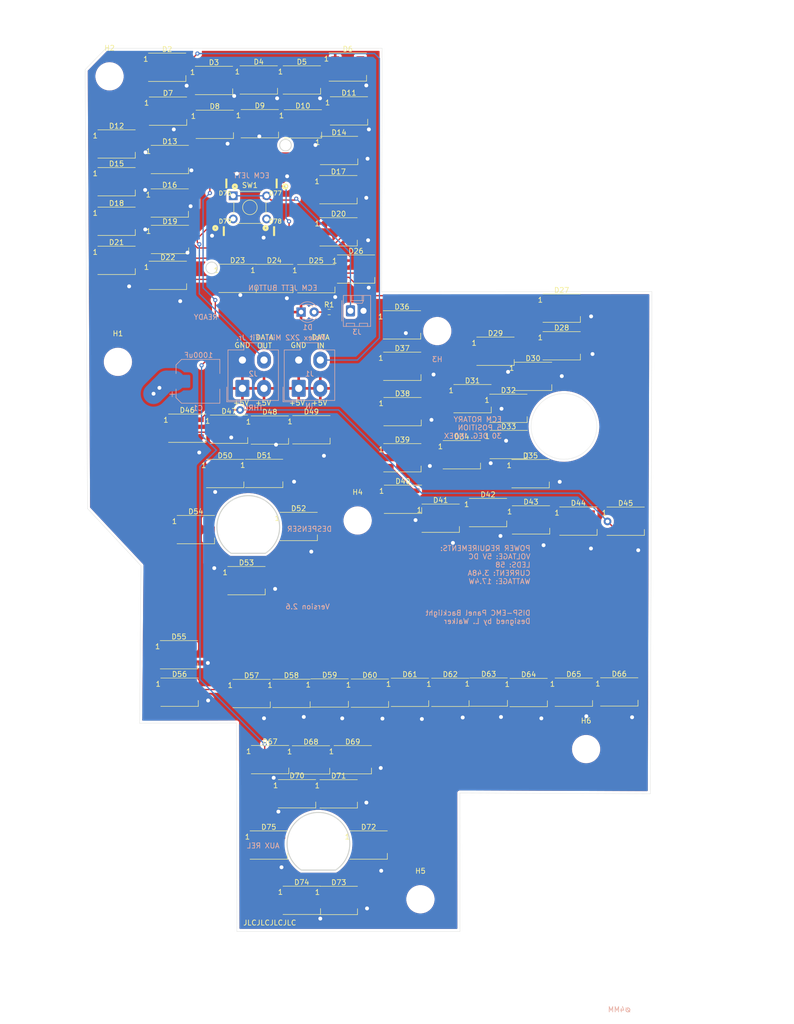
<source format=kicad_pcb>
(kicad_pcb (version 20211014) (generator pcbnew)
  (layers (0 "F.Cu" signal) (31 "B.Cu" signal) (34 "B.Paste" user) (35 "F.Paste" user) (36 "B.SilkS" user "B.Silkscreen") (37 "F.SilkS" user "F.Silkscreen") (38 "B.Mask" user) (39 "F.Mask" user) (44 "Edge.Cuts" user))
  (net 0 "")
  (net 1 "/LEDGND")
  (net 2 "/LED+5V")
  (net 3 "Net-(D2-Pad2)")
  (net 4 "/DATAIN")
  (net 5 "Net-(D3-Pad2)")
  (net 6 "Net-(D4-Pad2)")
  (net 7 "Net-(D5-Pad2)")
  (net 8 "Net-(D6-Pad2)")
  (net 9 "Net-(D7-Pad2)")
  (net 10 "Net-(D8-Pad2)")
  (net 11 "Net-(D10-Pad4)")
  (net 12 "Net-(D10-Pad2)")
  (net 13 "Net-(D11-Pad2)")
  (net 14 "Net-(D12-Pad2)")
  (net 15 "Net-(D14-Pad2)")
  (net 16 "Net-(D15-Pad2)")
  (net 17 "Net-(D16-Pad2)")
  (net 18 "Net-(D17-Pad2)")
  (net 19 "Net-(D18-Pad2)")
  (net 20 "Net-(D19-Pad2)")
  (net 21 "Net-(D20-Pad2)")
  (net 22 "Net-(D21-Pad2)")
  (net 23 "Net-(D22-Pad2)")
  (net 24 "Net-(D23-Pad2)")
  (net 25 "Net-(D24-Pad2)")
  (net 26 "Net-(D26-Pad2)")
  (net 27 "Net-(D27-Pad2)")
  (net 28 "Net-(D28-Pad2)")
  (net 29 "Net-(D29-Pad2)")
  (net 30 "Net-(D30-Pad2)")
  (net 31 "Net-(D31-Pad2)")
  (net 32 "Net-(D32-Pad2)")
  (net 33 "Net-(D33-Pad2)")
  (net 34 "Net-(D34-Pad2)")
  (net 35 "Net-(D35-Pad2)")
  (net 36 "Net-(D36-Pad2)")
  (net 37 "/DATAOUT")
  (net 38 "Net-(D38-Pad2)")
  (net 39 "Net-(D39-Pad2)")
  (net 40 "Net-(D40-Pad2)")
  (net 41 "Net-(D41-Pad2)")
  (net 42 "Net-(D42-Pad2)")
  (net 43 "Net-(D43-Pad2)")
  (net 44 "Net-(D44-Pad2)")
  (net 45 "Net-(D45-Pad2)")
  (net 46 "Net-(D46-Pad2)")
  (net 47 "Net-(D47-Pad2)")
  (net 48 "Net-(D48-Pad2)")
  (net 49 "Net-(D50-Pad2)")
  (net 50 "Net-(D51-Pad2)")
  (net 51 "Net-(D52-Pad2)")
  (net 52 "Net-(D53-Pad2)")
  (net 53 "Net-(D54-Pad2)")
  (net 54 "Net-(D55-Pad2)")
  (net 55 "Net-(D56-Pad2)")
  (net 56 "Net-(D57-Pad2)")
  (net 57 "Net-(D58-Pad2)")
  (net 58 "Net-(D59-Pad2)")
  (net 59 "Net-(D13-Pad2)")
  (net 60 "Net-(D25-Pad2)")
  (net 61 "Net-(D37-Pad2)")
  (net 62 "Net-(D49-Pad2)")
  (net 63 "Net-(D60-Pad2)")
  (net 64 "Net-(D61-Pad2)")
  (net 65 "Net-(D62-Pad2)")
  (net 66 "Net-(D63-Pad2)")
  (net 67 "Net-(D64-Pad2)")
  (net 68 "Net-(D65-Pad2)")
  (net 69 "Net-(D66-Pad2)")
  (net 70 "Net-(D67-Pad2)")
  (net 71 "Net-(D68-Pad2)")
  (net 72 "Net-(D69-Pad2)")
  (net 73 "Net-(D70-Pad2)")
  (net 74 "Net-(D71-Pad2)")
  (net 75 "Net-(D72-Pad2)")
  (net 76 "Net-(D73-Pad2)")
  (net 77 "Net-(D74-Pad2)")
  (net 78 "Net-(D75-Pad2)")
  (net 79 "Net-(D1-Pad2)")
  (net 80 "Net-(D76-Pad1)")
  (net 81 "Net-(D77-Pad1)")
  (net 82 "Net-(D78-Pad1)")
  (net 83 "/SW_JETT")
  (footprint "OH_Footprints:LED_WS2812B_PLCC4_5.0x5.0mm_P3.2mm" (layer "F.Cu") (at 60.5536 12.4714)
    (fp_text reference "D2")
    (fp_text value "WS2812B")
  )
  (footprint "OH_Footprints:LED_WS2812B_PLCC4_5.0x5.0mm_P3.2mm" (layer "F.Cu") (at 69.6606 15.037)
    (fp_text reference "D3")
    (fp_text value "WS2812B")
  )
  (footprint "OH_Footprints:LED_WS2812B_PLCC4_5.0x5.0mm_P3.2mm" (layer "F.Cu") (at 78.3728 14.9354)
    (fp_text reference "D4")
    (fp_text value "WS2812B")
  )
  (footprint "OH_Footprints:LED_WS2812B_PLCC4_5.0x5.0mm_P3.2mm" (layer "F.Cu") (at 86.7548 14.9354)
    (fp_text reference "D5")
    (fp_text value "WS2812B")
  )
  (footprint "OH_Footprints:LED_WS2812B_PLCC4_5.0x5.0mm_P3.2mm" (layer "F.Cu") (at 95.6956 12.4208)
    (fp_text reference "D6")
    (fp_text value "WS2812B")
  )
  (footprint "OH_Footprints:LED_WS2812B_PLCC4_5.0x5.0mm_P3.2mm" (layer "F.Cu") (at 60.7176 21.0056)
    (fp_text reference "D7")
    (fp_text value "WS2812B")
  )
  (footprint "OH_Footprints:LED_WS2812B_PLCC4_5.0x5.0mm_P3.2mm" (layer "F.Cu") (at 69.813 23.5714)
    (fp_text reference "D8")
    (fp_text value "WS2812B")
  )
  (footprint "OH_Footprints:LED_WS2812B_PLCC4_5.0x5.0mm_P3.2mm" (layer "F.Cu") (at 78.576 23.444)
    (fp_text reference "D9")
    (fp_text value "WS2812B")
  )
  (footprint "OH_Footprints:LED_WS2812B_PLCC4_5.0x5.0mm_P3.2mm" (layer "F.Cu") (at 86.9558 23.4694)
    (fp_text reference "D10")
    (fp_text value "WS2812B")
  )
  (footprint "OH_Footprints:LED_WS2812B_PLCC4_5.0x5.0mm_P3.2mm" (layer "F.Cu") (at 95.9242 20.9548)
    (fp_text reference "D11")
    (fp_text value "WS2812B")
  )
  (footprint "OH_Footprints:LED_WS2812B_PLCC4_5.0x5.0mm_P3.2mm" (layer "F.Cu") (at 50.7122 27.381)
    (fp_text reference "D12")
    (fp_text value "WS2812B")
  )
  (footprint "OH_Footprints:LED_WS2812B_PLCC4_5.0x5.0mm_P3.2mm" (layer "F.Cu") (at 61.0754 30.4036)
    (fp_text reference "D13")
    (fp_text value "WS2812B")
  )
  (footprint "OH_Footprints:LED_WS2812B_PLCC4_5.0x5.0mm_P3.2mm" (layer "F.Cu") (at 93.9938 28.6514)
    (fp_text reference "D14")
    (fp_text value "WS2812B")
  )
  (footprint "OH_Footprints:LED_WS2812B_PLCC4_5.0x5.0mm_P3.2mm" (layer "F.Cu") (at 50.7122 34.7216)
    (fp_text reference "D15")
    (fp_text value "WS2812B")
  )
  (footprint "OH_Footprints:LED_WS2812B_PLCC4_5.0x5.0mm_P3.2mm" (layer "F.Cu") (at 61.05 38.8618)
    (fp_text reference "D16")
    (fp_text value "WS2812B")
  )
  (footprint "OH_Footprints:LED_WS2812B_PLCC4_5.0x5.0mm_P3.2mm" (layer "F.Cu") (at 93.8668 36.271)
    (fp_text reference "D17")
    (fp_text value "WS2812B")
  )
  (footprint "OH_Footprints:LED_WS2812B_PLCC4_5.0x5.0mm_P3.2mm" (layer "F.Cu") (at 50.7122 42.4178)
    (fp_text reference "D18")
    (fp_text value "WS2812B")
  )
  (footprint "OH_Footprints:LED_WS2812B_PLCC4_5.0x5.0mm_P3.2mm" (layer "F.Cu") (at 61.0986 45.9484)
    (fp_text reference "D19")
    (fp_text value "WS2812B")
  )
  (footprint "OH_Footprints:LED_WS2812B_PLCC4_5.0x5.0mm_P3.2mm" (layer "F.Cu") (at 93.8922 44.4752)
    (fp_text reference "D20")
    (fp_text value "WS2812B")
  )
  (footprint "OH_Footprints:LED_WS2812B_PLCC4_5.0x5.0mm_P3.2mm" (layer "F.Cu") (at 50.7122 50.0124)
    (fp_text reference "D21")
    (fp_text value "WS2812B")
  )
  (footprint "OH_Footprints:LED_WS2812B_PLCC4_5.0x5.0mm_P3.2mm" (layer "F.Cu") (at 60.6944 52.9338)
    (fp_text reference "D22")
    (fp_text value "WS2812B")
  )
  (footprint "OH_Footprints:LED_WS2812B_PLCC4_5.0x5.0mm_P3.2mm" (layer "F.Cu") (at 74.258 53.5178)
    (fp_text reference "D23")
    (fp_text value "WS2812B")
  )
  (footprint "OH_Footprints:LED_WS2812B_PLCC4_5.0x5.0mm_P3.2mm" (layer "F.Cu") (at 81.3954 53.543)
    (fp_text reference "D24")
    (fp_text value "WS2812B")
  )
  (footprint "OH_Footprints:LED_WS2812B_PLCC4_5.0x5.0mm_P3.2mm" (layer "F.Cu") (at 89.5488 53.5684)
    (fp_text reference "D25")
    (fp_text value "WS2812B")
  )
  (footprint "OH_Footprints:LED_WS2812B_PLCC4_5.0x5.0mm_P3.2mm" (layer "F.Cu") (at 97.2958 51.7142)
    (fp_text reference "D26")
    (fp_text value "WS2812B")
  )
  (footprint "OH_Footprints:LED_WS2812B_PLCC4_5.0x5.0mm_P3.2mm" (layer "F.Cu") (at 137.301 59.3092)
    (fp_text reference "D27")
    (fp_text value "WS2812B")
  )
  (footprint "OH_Footprints:LED_WS2812B_PLCC4_5.0x5.0mm_P3.2mm" (layer "F.Cu") (at 137.301 66.624)
    (fp_text reference "D28")
    (fp_text value "WS2812B")
  )
  (footprint "OH_Footprints:LED_WS2812B_PLCC4_5.0x5.0mm_P3.2mm" (layer "F.Cu") (at 124.423 67.6912)
    (fp_text reference "D29")
    (fp_text value "WS2812B")
  )
  (footprint "OH_Footprints:LED_WS2812B_PLCC4_5.0x5.0mm_P3.2mm" (layer "F.Cu") (at 131.736 72.5676)
    (fp_text reference "D30")
    (fp_text value "WS2812B")
  )
  (footprint "OH_Footprints:LED_WS2812B_PLCC4_5.0x5.0mm_P3.2mm" (layer "F.Cu") (at 119.953 76.9114)
    (fp_text reference "D31")
    (fp_text value "WS2812B")
  )
  (footprint "OH_Footprints:LED_WS2812B_PLCC4_5.0x5.0mm_P3.2mm" (layer "F.Cu") (at 126.935 78.7906)
    (fp_text reference "D32")
    (fp_text value "WS2812B")
  )
  (footprint "OH_Footprints:LED_WS2812B_PLCC4_5.0x5.0mm_P3.2mm" (layer "F.Cu") (at 126.988 85.8268)
    (fp_text reference "D33")
    (fp_text value "WS2812B")
  )
  (footprint "OH_Footprints:LED_WS2812B_PLCC4_5.0x5.0mm_P3.2mm" (layer "F.Cu") (at 117.87 87.808)
    (fp_text reference "D34")
    (fp_text value "WS2812B")
  )
  (footprint "OH_Footprints:LED_WS2812B_PLCC4_5.0x5.0mm_P3.2mm" (layer "F.Cu") (at 131.242 91.4908)
    (fp_text reference "D35")
    (fp_text value "WS2812B")
  )
  (footprint "OH_Footprints:LED_WS2812B_PLCC4_5.0x5.0mm_P3.2mm" (layer "F.Cu") (at 106.237 62.5604)
    (fp_text reference "D36")
    (fp_text value "WS2812B")
  )
  (footprint "OH_Footprints:LED_WS2812B_PLCC4_5.0x5.0mm_P3.2mm" (layer "F.Cu") (at 106.285 70.6118)
    (fp_text reference "D37")
    (fp_text value "WS2812B")
  )
  (footprint "OH_Footprints:LED_WS2812B_PLCC4_5.0x5.0mm_P3.2mm" (layer "F.Cu") (at 106.338 79.426)
    (fp_text reference "D38")
    (fp_text value "WS2812B")
  )
  (footprint "OH_Footprints:LED_WS2812B_PLCC4_5.0x5.0mm_P3.2mm" (layer "F.Cu") (at 106.311 88.3922)
    (fp_text reference "D39")
    (fp_text value "WS2812B")
  )
  (footprint "OH_Footprints:LED_WS2812B_PLCC4_5.0x5.0mm_P3.2mm" (layer "F.Cu") (at 106.426 96.4692)
    (fp_text reference "D40")
    (fp_text value "WS2812B")
  )
  (footprint "OH_Footprints:LED_WS2812B_PLCC4_5.0x5.0mm_P3.2mm" (layer "F.Cu") (at 113.755 100.152)
    (fp_text reference "D41")
    (fp_text value "WS2812B")
  )
  (footprint "OH_Footprints:LED_WS2812B_PLCC4_5.0x5.0mm_P3.2mm" (layer "F.Cu") (at 122.975 99.0602)
    (fp_text reference "D42")
    (fp_text value "WS2812B")
  )
  (footprint "OH_Footprints:LED_WS2812B_PLCC4_5.0x5.0mm_P3.2mm" (layer "F.Cu") (at 131.332 100.482)
    (fp_text reference "D43")
    (fp_text value "WS2812B")
  )
  (footprint "OH_Footprints:LED_WS2812B_PLCC4_5.0x5.0mm_P3.2mm" (layer "F.Cu") (at 140.552 100.711)
    (fp_text reference "D44")
    (fp_text value "WS2812B")
  )
  (footprint "OH_Footprints:LED_WS2812B_PLCC4_5.0x5.0mm_P3.2mm" (layer "F.Cu") (at 149.747 100.737)
    (fp_text reference "D45")
    (fp_text value "WS2812B")
  )
  (footprint "OH_Footprints:LED_WS2812B_PLCC4_5.0x5.0mm_P3.2mm" (layer "F.Cu") (at 64.4652 82.6516)
    (fp_text reference "D46")
    (fp_text value "WS2812B")
  )
  (footprint "OH_Footprints:LED_WS2812B_PLCC4_5.0x5.0mm_P3.2mm" (layer "F.Cu") (at 72.5816 82.8546)
    (fp_text reference "D47")
    (fp_text value "WS2812B")
  )
  (footprint "OH_Footprints:LED_WS2812B_PLCC4_5.0x5.0mm_P3.2mm" (layer "F.Cu") (at 80.5318 83.0074)
    (fp_text reference "D48")
    (fp_text value "WS2812B")
  )
  (footprint "OH_Footprints:LED_WS2812B_PLCC4_5.0x5.0mm_P3.2mm" (layer "F.Cu") (at 88.609 82.9562)
    (fp_text reference "D49")
    (fp_text value "WS2812B")
  )
  (footprint "OH_Footprints:LED_WS2812B_PLCC4_5.0x5.0mm_P3.2mm" (layer "F.Cu") (at 71.8312 91.4654)
    (fp_text reference "D50")
    (fp_text value "WS2812B")
  )
  (footprint "OH_Footprints:LED_WS2812B_PLCC4_5.0x5.0mm_P3.2mm" (layer "F.Cu") (at 79.4142 91.4402)
    (fp_text reference "D51")
    (fp_text value "WS2812B")
  )
  (footprint "OH_Footprints:LED_WS2812B_PLCC4_5.0x5.0mm_P3.2mm" (layer "F.Cu") (at 86.1314 101.752)
    (fp_text reference "D52")
    (fp_text value "WS2812B")
  )
  (footprint "OH_Footprints:LED_WS2812B_PLCC4_5.0x5.0mm_P3.2mm" (layer "F.Cu") (at 75.9852 112.294)
    (fp_text reference "D53")
    (fp_text value "WS2812B")
  )
  (footprint "OH_Footprints:LED_WS2812B_PLCC4_5.0x5.0mm_P3.2mm" (layer "F.Cu") (at 66.13 102.362)
    (fp_text reference "D54")
    (fp_text value "WS2812B")
  )
  (footprint "OH_Footprints:LED_WS2812B_PLCC4_5.0x5.0mm_P3.2mm" (layer "F.Cu") (at 62.8534 126.695)
    (fp_text reference "D55")
    (fp_text value "WS2812B")
  )
  (footprint "OH_Footprints:LED_WS2812B_PLCC4_5.0x5.0mm_P3.2mm" (layer "F.Cu") (at 62.9666 133.985)
    (fp_text reference "D56")
    (fp_text value "WS2812B")
  )
  (footprint "OH_Footprints:LED_WS2812B_PLCC4_5.0x5.0mm_P3.2mm" (layer "F.Cu") (at 76.9758 134.239)
    (fp_text reference "D57")
    (fp_text value "WS2812B")
  )
  (footprint "OH_Footprints:LED_WS2812B_PLCC4_5.0x5.0mm_P3.2mm" (layer "F.Cu") (at 84.7228 134.214)
    (fp_text reference "D58")
    (fp_text value "WS2812B")
  )
  (footprint "OH_Footprints:LED_WS2812B_PLCC4_5.0x5.0mm_P3.2mm" (layer "F.Cu") (at 92.165 134.137)
    (fp_text reference "D59")
    (fp_text value "WS2812B")
  )
  (footprint "OH_Footprints:LED_WS2812B_PLCC4_5.0x5.0mm_P3.2mm" (layer "F.Cu") (at 99.9882 134.163)
    (fp_text reference "D60")
    (fp_text value "WS2812B")
  )
  (footprint "OH_Footprints:LED_WS2812B_PLCC4_5.0x5.0mm_P3.2mm" (layer "F.Cu") (at 107.786 134.01)
    (fp_text reference "D61")
    (fp_text value "WS2812B")
  )
  (footprint "OH_Footprints:LED_WS2812B_PLCC4_5.0x5.0mm_P3.2mm" (layer "F.Cu") (at 115.635 134.01)
    (fp_text reference "D62")
    (fp_text value "WS2812B")
  )
  (footprint "OH_Footprints:LED_WS2812B_PLCC4_5.0x5.0mm_P3.2mm" (layer "F.Cu") (at 123.102 133.959)
    (fp_text reference "D63")
    (fp_text value "WS2812B")
  )
  (footprint "OH_Footprints:LED_WS2812B_PLCC4_5.0x5.0mm_P3.2mm" (layer "F.Cu") (at 130.875 134.036)
    (fp_text reference "D64")
    (fp_text value "WS2812B")
  )
  (footprint "OH_Footprints:LED_WS2812B_PLCC4_5.0x5.0mm_P3.2mm" (layer "F.Cu") (at 139.661 133.985)
    (fp_text reference "D65")
    (fp_text value "WS2812B")
  )
  (footprint "OH_Footprints:LED_WS2812B_PLCC4_5.0x5.0mm_P3.2mm" (layer "F.Cu") (at 148.502 133.934)
    (fp_text reference "D66")
    (fp_text value "WS2812B")
  )
  (footprint "OH_Footprints:LED_WS2812B_PLCC4_5.0x5.0mm_P3.2mm" (layer "F.Cu") (at 80.5688 147.091)
    (fp_text reference "D67")
    (fp_text value "WS2812B")
  )
  (footprint "OH_Footprints:LED_WS2812B_PLCC4_5.0x5.0mm_P3.2mm" (layer "F.Cu") (at 88.5328 147.142)
    (fp_text reference "D68")
    (fp_text value "WS2812B")
  )
  (footprint "OH_Footprints:LED_WS2812B_PLCC4_5.0x5.0mm_P3.2mm" (layer "F.Cu") (at 96.6608 147.117)
    (fp_text reference "D69")
    (fp_text value "WS2812B")
  )
  (footprint "OH_Footprints:LED_WS2812B_PLCC4_5.0x5.0mm_P3.2mm" (layer "F.Cu") (at 85.815 153.721)
    (fp_text reference "D70")
    (fp_text value "WS2812B")
  )
  (footprint "OH_Footprints:LED_WS2812B_PLCC4_5.0x5.0mm_P3.2mm" (layer "F.Cu") (at 93.9176 153.746)
    (fp_text reference "D71")
    (fp_text value "WS2812B")
  )
  (footprint "OH_Footprints:LED_WS2812B_PLCC4_5.0x5.0mm_P3.2mm" (layer "F.Cu") (at 99.7458 163.703)
    (fp_text reference "D72")
    (fp_text value "WS2812B")
  )
  (footprint "OH_Footprints:LED_WS2812B_PLCC4_5.0x5.0mm_P3.2mm" (layer "F.Cu") (at 93.9408 174.472)
    (fp_text reference "D73")
    (fp_text value "WS2812B")
  )
  (footprint "OH_Footprints:LED_WS2812B_PLCC4_5.0x5.0mm_P3.2mm" (layer "F.Cu") (at 86.741 174.447)
    (fp_text reference "D74")
    (fp_text value "WS2812B")
  )
  (footprint "OH_Footprints:LED_WS2812B_PLCC4_5.0x5.0mm_P3.2mm" (layer "F.Cu") (at 80.3264 163.703)
    (fp_text reference "D75")
    (fp_text value "WS2812B")
  )
  (footprint "OH_Footprints:WS2812-2020" (layer "F.Cu") (at 71.829572 35.060522)
    (fp_text reference "D76")
    (fp_text value "LED" hide)
  )
  (footprint "OH_Footprints:WS2812-2020" (layer "F.Cu") (at 81.608572 35.060522)
    (fp_text reference "D77")
    (fp_text value "LED" hide)
  )
  (footprint "OH_Footprints:WS2812-2020" (layer "F.Cu") (at 81.608572 44.331522 180)
    (fp_text reference "D78")
    (fp_text value "LED" hide)
  )
  (footprint "OH_Footprints:WS2812-2020" (layer "F.Cu") (at 71.829572 44.331522 180)
    (fp_text reference "D79")
    (fp_text value "LED" hide)
  )
  (footprint "OH_Footprints:R_0603_1608Metric" (layer "F.Cu") (at 92.075 60.071)
    (fp_text reference "R1")
    (fp_text value "R")
  )
  (footprint "OH_Footprints:SW_TH_Tactile_Omron_B3F-10xx" (layer "F.Cu") (at 73.406 37.465)
    (fp_text reference "SW1")
    (fp_text value "ECM JETT")
  )
  (footprint "MountingHole:MountingHole_4.5mm" (layer "F.Cu") (at 50.9778 69.7484)
    (fp_text reference "H1")
    (fp_text value "MountingHole")
  )
  (footprint "MountingHole:MountingHole_4.5mm" (layer "F.Cu") (at 49.350573 14.232522)
    (fp_text reference "H2")
    (fp_text value "MountingHole")
  )
  (footprint "MountingHole:MountingHole_4.5mm" (layer "F.Cu") (at 97.610573 100.592522)
    (fp_text reference "H4")
    (fp_text value "MountingHole")
  )
  (footprint "MountingHole:MountingHole_4.5mm" (layer "F.Cu") (at 109.8296 174.244)
    (fp_text reference "H5")
    (fp_text value "MountingHole")
  )
  (footprint "MountingHole:MountingHole_4.5mm" (layer "F.Cu") (at 142.060572 145.042522)
    (fp_text reference "H6")
    (fp_text value "MountingHole")
  )
  (footprint "OH_Footprints:Molex_Mini-Fit_Jr_5566-04A_2x02_P4.20mm_Vertical" (layer "B.Cu") (at 86.15 74.9)
    (fp_text reference "J1")
    (fp_text value "BL IN")
  )
  (footprint "OH_Footprints:Molex_Mini-Fit_Jr_5566-04A_2x02_P4.20mm_Vertical" (layer "B.Cu") (at 75.2 74.9)
    (fp_text reference "J2")
    (fp_text value "BL OUT")
  )
  (footprint "OH_Footprints:CP_Elec_8x10" (layer "B.Cu") (at 66.548 73.533)
    (fp_text reference "C1")
    (fp_text value "1000 nF")
  )
  (footprint "OH_Footprints:LED_D3.0mm" (layer "B.Cu") (at 86.614 60.071)
    (fp_text reference "D1")
    (fp_text value "READY")
  )
  (footprint "OH_Footprints:Molex_KK-254_AE-6410-02A_1x02_P2.54mm_Vertical" (layer "B.Cu") (at 96.213572 59.825522)
    (fp_text reference "J3")
    (fp_text value "ECM JETT")
  )
  (footprint "MountingHole:MountingHole_4.5mm" (layer "B.Cu") (at 113.104572 63.762522)
    (fp_text reference "H3")
    (fp_text value "MountingHole")
  )
  (gr_line (start 154.8638 56.0832) (end 102.2604 56.1086) (layer "Edge.Cuts") (width 0.05))
  (gr_line (start 45.0596 98.2726) (end 55.4482 109.3724) (layer "Edge.Cuts") (width 0.05))
  (gr_line (start 74.041 139.9794) (end 74.1172 180.5178) (layer "Edge.Cuts") (width 0.05))
  (gr_line (start 48.6664 8.763) (end 44.6024 12.9286) (layer "Edge.Cuts") (width 0.05))
  (gr_circle (center 83.58 27.61) (end 84.705 27.61) (layer "Edge.Cuts") (width 0.15) (fill none))
  (gr_line (start 74.1172 180.5178) (end 117.5258 180.5178) (layer "Edge.Cuts") (width 0.05))
  (gr_line (start 55.4482 109.3724) (end 55.1942 140.0302) (layer "Edge.Cuts") (width 0.05))
  (gr_line (start 93.321655 168.562922) (end 86.66358 168.565588) (layer "Edge.Cuts") (width 0.2))
  (gr_line (start 117.5004 153.5938) (end 154.559 153.7208) (layer "Edge.Cuts") (width 0.05))
  (gr_circle (center 137.7442 82.296) (end 143.3068 85.4202) (layer "Edge.Cuts") (width 0.05) (fill none))
  (gr_arc (start 86.66358 168.565588) (mid 89.988132 157.361522) (end 93.321655 168.562922) (layer "Edge.Cuts") (width 0.2))
  (gr_arc (start 73.011079 106.970588) (mid 76.335633 95.766522) (end 79.669155 106.967923) (layer "Edge.Cuts") (width 0.2))
  (gr_line (start 102.3874 8.763) (end 48.6664 8.763) (layer "Edge.Cuts") (width 0.05))
  (gr_line (start 117.5258 180.5178) (end 117.5004 153.5938) (layer "Edge.Cuts") (width 0.05))
  (gr_circle (center 69.22 51.47) (end 70.345 51.47) (layer "Edge.Cuts") (width 0.15) (fill none))
  (gr_line (start 55.1942 140.0302) (end 74.041 139.9794) (layer "Edge.Cuts") (width 0.05))
  (gr_line (start 79.669155 106.967923) (end 73.011079 106.970588) (layer "Edge.Cuts") (width 0.2))
  (gr_line (start 102.2604 56.1086) (end 102.3874 8.763) (layer "Edge.Cuts") (width 0.05))
  (gr_line (start 154.559 153.7208) (end 154.8638 56.0832) (layer "Edge.Cuts") (width 0.05))
  (gr_line (start 44.6024 12.9286) (end 45.0596 98.2726) (layer "Edge.Cuts") (width 0.05))
  (gr_text "⌀4MM" (at 148.5646 195.6816) (layer "B.SilkS") (effects (font (size 1 1)) (justify mirror)))
  (gr_text "ECM JETT" (at 76.962 33.528) (layer "B.SilkS") (effects (font (size 1 1)) (justify mirror)))
  (gr_text "READY" (at 68.072 61.05) (layer "B.SilkS") (effects (font (size 1 1)) (justify mirror)))
  (gr_text "THRU" (at 77.25 78.7) (layer "B.SilkS") (effects (font (size 1 1)) (justify mirror)))
  (gr_text "Molex 2X2 Mini-Fit Jr." (at 82.7 65.05) (layer "B.SilkS") (effects (font (size 1 1)) (justify mirror)))
  (gr_text "IN" (at 88.2 78.3) (layer "B.SilkS") (effects (font (size 1 1)) (justify mirror)))
  (gr_text "DISP-EMC Panel Backlight\nDesigned by L. Walker" (at 131.318 119.38) (layer "B.SilkS") (effects (font (size 1 1)) (justify left mirror)))
  (gr_text "Version 2.6" (at 87.884 117.348) (layer "B.SilkS") (effects (font (size 1 1)) (justify mirror)))
  (gr_text "POWER REQUIREMENTS:\nVOLTAGE: 5V DC\nLEDS: 58\nCURRENT: 3.48A\nWATTAGE: 17.4W" (at 131.318 109.22) (layer "B.SilkS") (effects (font (size 1 1)) (justify left mirror)))
  (gr_text "DESPENSER" (at 88.25 102.25) (layer "B.SilkS") (effects (font (size 1 1)) (justify mirror)))
  (gr_text "ECM ROTARY\n5 POSITION\n30 DEG. INDEX" (at 125.73 82.55) (layer "B.SilkS") (effects (font (size 1 1)) (justify left mirror)))
  (gr_text "1000uF" (at 66.675 68.453) (layer "B.SilkS") (effects (font (size 1 1)) (justify mirror)))
  (gr_text "AUX REL" (at 79.248 163.83) (layer "B.SilkS") (effects (font (size 1 1)) (justify mirror)))
  (gr_text "ECM JETT BUTTON" (at 83.058 55.372) (layer "B.SilkS") (effects (font (size 1 1)) (justify mirror)))
  (gr_text "DATA\nIN" (at 90.424 65.786) (layer "F.SilkS") (effects (font (size 1 1))))
  (gr_text "+5V" (at 85.822 77.724) (layer "F.SilkS") (effects (font (size 1 1))))
  (gr_text "DATA\nOUT" (at 79.502 65.786) (layer "F.SilkS") (effects (font (size 1 1))))
  (gr_text "GND" (at 75.194143 66.522) (layer "F.SilkS") (effects (font (size 1 1))))
  (gr_text "+5V" (at 79.248 77.724) (layer "F.SilkS") (effects (font (size 1 1))))
  (gr_text "+5V" (at 74.93 77.724) (layer "F.SilkS") (effects (font (size 1 1))))
  (gr_text "GND" (at 86.106 66.522) (layer "F.SilkS") (effects (font (size 1 1))))
  (gr_text "JLCJLCJLCJLC" (at 80.518 178.816) (layer "F.SilkS") (effects (font (size 1 1))))
  (gr_text "+5V" (at 90.17 77.724) (layer "F.SilkS") (effects (font (size 1 1))))
  (segment (start 88.6 106.65) (end 88.6 106.7) (width 1) (layer "F.Cu") (net 1))
  (segment (start 69.9 95.05) (end 69.9 95) (width 1) (layer "F.Cu") (net 1))
  (segment (start 125.603 78.867) (end 125.2474 78.5114) (width 1) (layer "F.Cu") (net 1))
  (segment (start 83.0188 148.691) (end 82.9566 148.691) (width 1) (layer "F.Cu") (net 1))
  (segment (start 125.425 102.575) (end 125.4 102.6) (width 1) (layer "F.Cu") (net 1))
  (segment (start 110.109 139.192) (end 110.236 139.065) (width 1) (layer "F.Cu") (net 1))
  (segment (start 118.05 137.6) (end 118.05 138.9) (width 1) (layer "F.Cu") (net 1))
  (segment (start 96.393 155.448) (end 99.314 155.448) (width 1) (layer "F.Cu") (net 1))
  (segment (start 108.876 98.0692) (end 108.876 100.517) (width 1) (layer "F.Cu") (net 1))
  (segment (start 83.75 93.05) (end 85.25 93.05) (width 1) (layer "F.Cu") (net 1))
  (segment (start 89.2048 18.4452) (end 89.15 18.5) (width 1) (layer "F.Cu") (net 1))
  (segment (start 98.1456 15.9456) (end 98.2 16) (width 1) (layer "F.Cu") (net 1))
  (segment (start 53.1622 36.3216) (end 54.9966 36.3216) (width 1) (layer "F.Cu") (net 1))
  (segment (start 80.693572 44.881522) (end 80.042572 44.881522) (width 1) (layer "F.Cu") (net 1))
  (segment (start 71.8346 93.0654) (end 69.9 95.05) (width 1) (layer "F.Cu") (net 1))
  (segment (start 116.15 103.7) (end 116.15 104.95) (width 1) (layer "F.Cu") (net 1))
  (segment (start 108.687 64.1604) (end 106.9896 64.1604) (width 1) (layer "F.Cu") (net 1))
  (segment (start 108.735 72.2118) (end 112.382 72.2122) (width 1) (layer "F.Cu") (net 1))
  (segment (start 82.804 168.021) (end 82.7764 167.993) (width 1) (layer "F.Cu") (net 1))
  (segment (start 63.5254 32.0036) (end 64.7696 32.0036) (width 1) (layer "F.Cu") (net 1))
  (segment (start 91.9875 57.15) (end 93.25 57.15) (width 1) (layer "F.Cu") (net 1))
  (segment (start 80.7875 18.3625) (end 80.8228 18.3272) (width 1) (layer "F.Cu") (net 1))
  (segment (start 99.441 176.022) (end 99.3906 176.072) (width 1) (layer "F.Cu") (net 1))
  (segment (start 65.3034 128.295) (end 68.4784 128.295) (width 1) (layer "F.Cu") (net 1))
  (segment (start 96.3908 176.072) (end 99.441 176.022) (width 1) (layer "F.Cu") (net 1))
  (segment (start 83.0188 148.691) (end 83.0188 148.883) (width 1) (layer "F.Cu") (net 1))
  (segment (start 81.96 149.942) (end 81.28 150.622) (width 1) (layer "F.Cu") (net 1))
  (segment (start 151 137.55) (end 151 138.85) (width 1) (layer "F.Cu") (net 1))
  (segment (start 96.3422 46.0752) (end 98.1752 46.0752) (width 1) (layer "F.Cu") (net 1))
  (segment (start 92.9 60.071) (end 92.9 57.5) (width 0.25) (layer "F.Cu") (net 1))
  (segment (start 70.914572 44.881522) (end 69.628572 44.881522) (width 1) (layer "F.Cu") (net 1))
  (segment (start 66.802 87.376) (end 66.9152 87.2628) (width 1) (layer "F.Cu") (net 1))
  (segment (start 134.186 74.1676) (end 134.3574 74.1676) (width 1) (layer "F.Cu") (net 1))
  (segment (start 116.205 101.752) (end 116.205 103.645) (width 1) (layer "F.Cu") (net 1))
  (segment (start 64.146 40.4618) (end 65.119998 39.487802) (width 1) (layer "F.Cu") (net 1))
  (segment (start 102.1958 167.1958) (end 102.2 167.2) (width 1) (layer "F.Cu") (net 1))
  (segment (start 84.7 157.2) (end 82.2 157.2) (width 1) (layer "F.Cu") (net 1))
  (segment (start 142.1 137.5) (end 142.1 138.65) (width 1) (layer "F.Cu") (net 1))
  (segment (start 63.1676 22.6056) (end 63.1676 24.5324) (width 1) (layer "F.Cu") (net 1))
  (segment (start 79.35 25.044) (end 78.486 25.908) (width 1) (layer "F.Cu") (net 1))
  (segment (start 68.58 108.711999) (end 69.723001 109.855) (width 1) (layer "F.Cu") (net 1))
  (segment (start 139.751 60.9092) (end 143.027 60.9092) (width 1) (layer "F.Cu") (net 1))
  (segment (start 68.58 103.962) (end 68.58 108.711999) (width 1) (layer "F.Cu") (net 1))
  (segment (start 73.1 18.55) (end 73.6 18.05) (width 1) (layer "F.Cu") (net 1))
  (segment (start 74.2812 93.0654) (end 71.8346 93.0654) (width 1) (layer "F.Cu") (net 1))
  (segment (start 63.1676 24.5324) (end 63.15 24.55) (width 1) (layer "F.Cu") (net 1))
  (segment (start 143.002 102.311) (end 143.002 106.037) (width 1) (layer "F.Cu") (net 1))
  (segment (start 98.4 24.55) (end 98.4 22.5806) (width 1) (layer "F.Cu") (net 1))
  (segment (start 133.692 93.0908) (end 135.4842 93.0908) (width 1) (layer "F.Cu") (net 1))
  (segment (start 127.1266 80.3906) (end 125.603 78.867) (width 1) (layer "F.Cu") (net 1))
  (segment (start 83.0188 148.883) (end 81.28 150.622) (width 1) (layer "F.Cu") (net 1))
  (segment (start 91.9988 57.1387) (end 91.9875 57.15) (width 1) (layer "F.Cu") (net 1))
  (segment (start 72.05 18.55) (end 73.1 18.55) (width 1) (layer "F.Cu") (net 1))
  (segment (start 122.108 89.408) (end 122.15 89.45) (width 1) (layer "F.Cu") (net 1))
  (segment (start 80.8228 18.3272) (end 80.8228 16.5354) (width 1) (layer "F.Cu") (net 1))
  (segment (start 69.628572 44.881522) (end 69.289572 45.220522) (width 1) (layer "F.Cu") (net 1))
  (segment (start 87.1728 137.7147) (end 87.1375 137.75) (width 1) (layer "F.Cu") (net 1))
  (segment (start 136 72.525) (end 137.325 72.525) (width 1) (layer "F.Cu") (net 1))
  (segment (start 53.1812 29) (end 53.1622 28.981) (width 1) (layer "F.Cu") (net 1))
  (segment (start 128.8288 87.4268) (end 126.492 85.09) (width 1) (layer "F.Cu") (net 1))
  (segment (start 64.7696 32.0036) (end 65.278 32.512) (width 1) (layer "F.Cu") (net 1))
  (segment (start 63.5486 47.5484) (end 63.5504 47.5484) (width 1) (layer "F.Cu") (net 1))
  (segment (start 63 16.05) (end 64.35 16.05) (width 1) (layer "F.Cu") (net 1))
  (segment (start 125.552 135.702) (end 125.5 135.754) (width 1) (layer "F.Cu") (net 1))
  (segment (start 79.4258 137.7242) (end 79.4 137.75) (width 1) (layer "F.Cu") (net 1))
  (segment (start 86.579 155.321) (end 84.7 157.2) (width 1) (layer "F.Cu") (net 1))
  (segment (start 75.0316 84.4546) (end 73.0254 84.4546) (width 1) (layer "F.Cu") (net 1))
  (segment (start 142.111 135.585) (end 142.111 137.489) (width 1) (layer "F.Cu") (net 1))
  (segment (start 129.385 80.3906) (end 127.1266 80.3906) (width 1) (layer "F.Cu") (net 1))
  (segment (start 80.7875 18.5) (end 81.95 18.5) (width 1) (layer "F.Cu") (net 1))
  (segment (start 129.438 87.4268) (end 128.8288 87.4268) (width 1) (layer "F.Cu") (net 1))
  (segment (start 150.952 137.502) (end 151 137.55) (width 1) (layer "F.Cu") (net 1))
  (segment (start 135.5 93.075) (end 136.925 93.075) (width 1) (layer "F.Cu") (net 1))
  (segment (start 65.4166 135.585) (end 68.529 135.585) (width 1) (layer "F.Cu") (net 1))
  (segment (start 102.2 167.2) (end 102.2 168.7) (width 1) (layer "F.Cu") (net 1))
  (segment (start 63.1444 54.5338) (end 63.1444 56.5056) (width 1) (layer "F.Cu") (net 1))
  (segment (start 80.042572 44.881522) (end 79.322572 45.601522) (width 1) (layer "F.Cu") (net 1))
  (segment (start 79.4258 135.839) (end 79.4258 137.7242) (width 1) (layer "F.Cu") (net 1))
  (segment (start 63.5 40.4618) (end 64.146 40.4618) (width 1) (layer "F.Cu") (net 1))
  (segment (start 112.382 72.2122) (end 112.347 72.2118) (width 1) (layer "F.Cu") (net 1))
  (segment (start 143.307 68.2269) (end 143.304 68.224) (width 1) (layer "F.Cu") (net 1))
  (segment (start 66.9152 84.2516) (end 66.802 87.376) (width 1) (layer "F.Cu") (net 1))
  (segment (start 126.873 69.2912) (end 126.873 71.694) (width 1) (layer "F.Cu") (net 1))
  (segment (start 88.265 155.321) (end 86.579 155.321) (width 1) (layer "F.Cu") (net 1))
  (segment (start 135.4842 93.0908) (end 135.5 93.075) (width 1) (layer "F.Cu") (net 1))
  (segment (start 72.744572 34.510522) (end 74.099572 33.155522) (width 1) (layer "F.Cu") (net 1))
  (segment (start 63.0036 16.0464) (end 63 16.05) (width 1) (layer "F.Cu") (net 1))
  (segment (start 56.35 29) (end 53.1812 29) (width 1) (layer "F.Cu") (net 1))
  (segment (start 89.191 176.047) (end 89.191 177.991) (width 1) (layer "F.Cu") (net 1))
  (segment (start 88.5814 103.352) (end 88.5814 105.2314) (width 1) (layer "F.Cu") (net 1))
  (segment (start 90.9828 148.742) (end 89.7828 149.942) (width 1) (layer "F.Cu") (net 1))
  (segment (start 89.191 177.991) (end 89.2 178) (width 1) (layer "F.Cu") (net 1))
  (segment (start 99.7458 53.3142) (end 99.7712 55.3212) (width 1) (layer "F.Cu") (net 1))
  (segment (start 63.0036 14.0714) (end 63.0036 16.0464) (width 1) (layer "F.Cu") (net 1))
  (segment (start 102.108 148.717) (end 102.235 148.717) (width 1) (layer "F.Cu") (net 1))
  (segment (start 108.761 89.9922) (end 111.661 89.9922) (width 1) (layer "F.Cu") (net 1))
  (segment (start 96.3676 155.423) (end 96.393 155.448) (width 1) (layer "F.Cu") (net 1))
  (segment (start 99.1108 148.717) (end 102.108 148.717) (width 1) (layer "F.Cu") (net 1))
  (segment (start 82.523572 34.510522) (end 83.047572 34.510522) (width 1) (layer "F.Cu") (net 1))
  (segment (start 129.385 80.3906) (end 129.307 80.3906) (width 1) (layer "F.Cu") (net 1))
  (segment (start 63.1 56.55) (end 63.1 57.95) (width 1) (layer "F.Cu") (net 1))
  (segment (start 89.15 18.5) (end 90.3 18.5) (width 1) (layer "F.Cu") (net 1))
  (segment (start 72.3138 27.3304) (end 72.263 27.1526) (width 1) (layer "F.Cu") (net 1))
  (segment (start 96.3168 37.871) (end 98.129 37.871) (width 1) (layer "F.Cu") (net 1))
  (segment (start 108.788 81.026) (end 111.976 81.026) (width 1) (layer "F.Cu") (net 1))
  (segment (start 98.2 46.1) (end 99.65 46.1) (width 1) (layer "F.Cu") (net 1))
  (segment (start 98.1752 46.0752) (end 98.2 46.1) (width 1) (layer "F.Cu") (net 1))
  (segment (start 98.4 24.55) (end 99.8 24.55) (width 1) (layer "F.Cu") (net 1))
  (segment (start 98.15 37.85) (end 99.3 37.85) (width 1) (layer "F.Cu") (net 1))
  (segment (start 55 36.325) (end 56.275 36.325) (width 1) (layer "F.Cu") (net 1))
  (segment (start 102.4382 135.763) (end 102.438 135.763) (width 1) (layer "F.Cu") (net 1))
  (segment (start 133.325 135.636) (end 133.35 139.065) (width 1) (layer "F.Cu") (net 1))
  (segment (start 83.8454 55.143) (end 83.8454 57.3786) (width 1) (layer "F.Cu") (net 1))
  (segment (start 72.263 25.1714) (end 72.3138 27.3304) (width 1) (layer "F.Cu") (net 1))
  (segment (start 54.9966 36.3216) (end 55 36.325) (width 1) (layer "F.Cu") (net 1))
  (segment (start 125.2474 78.5114) (end 122.403 78.5114) (width 1) (layer "F.Cu") (net 1))
  (segment (start 122.15 89.45) (end 123.5 89.45) (width 1) (layer "F.Cu") (net 1))
  (segment (start 72.1106 16.637) (end 72.1106 18.4894) (width 1) (layer "F.Cu") (net 1))
  (segment (start 91.9988 55.1684) (end 91.9988 57.1387) (width 1) (layer "F.Cu") (net 1))
  (segment (start 125.5 135.754) (end 125.5 138.8) (width 1) (layer "F.Cu") (net 1))
  (segment (start 80.7875 18.5) (end 80.7875 18.3625) (width 1) (layer "F.Cu") (net 1))
  (segment (start 102.1958 165.303) (end 102.1958 167.1958) (width 1) (layer "F.Cu") (net 1))
  (segment (start 150.952 135.534) (end 150.952 137.502) (width 1) (layer "F.Cu") (net 1))
  (segment (start 53.1622 51.6124) (end 53.1622 55.0672) (width 1) (layer "F.Cu") (net 1))
  (segment (start 139.751 68.224) (end 143.307 68.2269) (width 1) (layer "F.Cu") (net 1))
  (segment (start 96.4438 30.2514) (end 99.5426 30.2514) (width 1) (layer "F.Cu") (net 1))
  (segment (start 94.615 135.737) (end 94.615 139.065) (width 1) (layer "F.Cu") (net 1))
  (segment (start 118.085 135.61) (end 118.085 137.565) (width 1) (layer "F.Cu") (net 1))
  (segment (start 133.782 102.082) (end 133.782 105.4) (width 1) (layer "F.Cu") (net 1))
  (segment (start 88.6 105.25) (end 88.6 106.65) (width 1) (layer "F.Cu") (net 1))
  (segment (start 74.099572 33.155522) (end 74.115572 33.155522) (width 1) (layer "F.Cu") (net 1))
  (segment (start 152.197 102.337) (end 152.197 106.375) (width 1) (layer "F.Cu") (net 1))
  (segment (start 99.7712 55.3212) (end 99.7458 55.3212) (width 1) (layer "F.Cu") (net 1))
  (segment (start 87.1728 135.814) (end 87.1728 137.7147) (width 1) (layer "F.Cu") (net 1))
  (segment (start 142.111 137.489) (end 142.1 137.5) (width 1) (layer "F.Cu") (net 1))
  (segment (start 102.438 135.763) (end 102.438 139.116) (width 1) (layer "F.Cu") (net 1))
  (segment (start 89.2 178) (end 90.35 178) (width 1) (layer "F.Cu") (net 1))
  (segment (start 116.205 103.645) (end 116.15 103.7) (width 1) (layer "F.Cu") (net 1))
  (segment (start 53.18 44) (end 53.1622 44.0178) (width 1) (layer "F.Cu") (net 1))
  (segment (start 120.32 89.408) (end 122.108 89.408) (width 1) (layer "F.Cu") (net 1))
  (segment (start 82.9818 84.6074) (end 81.7372 85.852) (width 1) (layer "F.Cu") (net 1))
  (segment (start 89.7828 149.942) (end 81.96 149.942) (width 1) (layer "F.Cu") (net 1))
  (segment (start 88.5814 105.2314) (end 88.6 105.25) (width 1) (layer "F.Cu") (net 1))
  (segment (start 110.236 135.61) (end 110.109 139.192) (width 1) (layer "F.Cu") (net 1))
  (segment (start 76.4322 55.1178) (end 74.792 56.758) (width 1) (layer "F.Cu") (net 1))
  (segment (start 81.8642 93.0402) (end 83.7402 93.0402) (width 1) (layer "F.Cu") (net 1))
  (segment (start 92.9 57.5) (end 93.25 57.15) (width 0.25) (layer "F.Cu") (net 1))
  (segment (start 63.1444 56.5056) (end 63.1 56.55) (width 1) (layer "F.Cu") (net 1))
  (segment (start 81.026 25.044) (end 79.35 25.044) (width 1) (layer "F.Cu") (net 1))
  (segment (start 125.425 100.6602) (end 125.425 102.575) (width 1) (layer "F.Cu") (net 1))
  (segment (start 74.2812 93.0654) (end 74.0666 93.0654) (width 1) (layer "F.Cu") (net 1))
  (segment (start 125.552 135.559) (end 125.552 135.702) (width 1) (layer "F.Cu") (net 1))
  (segment (start 133.35 139.065) (end 133.325 139.04) (width 1) (layer "F.Cu") (net 1))
  (segment (start 89.4058 25.0694) (end 89.4058 27.5866) (width 1) (layer "F.Cu") (net 1))
  (segment (start 125.4 102.6) (end 125.4 103.6) (width 1) (layer "F.Cu") (net 1))
  (segment (start 91.059 84.5562) (end 91.059 88.011) (width 1) (layer "F.Cu") (net 1))
  (segment (start 83.047572 34.510522) (end 83.894572 33.663522) (width 1) (layer "F.Cu") (net 1))
  (segment (start 79.4 137.75) (end 79.4 139.05) (width 1) (layer "F.Cu") (net 1))
  (segment (start 63.15 24.55) (end 61.85 24.55) (width 1) (layer "F.Cu") (net 1))
  (segment (start 56.3 44) (end 53.18 44) (width 1) (layer "F.Cu") (net 1))
  (segment (start 98.4 22.5806) (end 98.3742 22.5548) (width 1) (layer "F.Cu") (net 1))
  (segment (start 76.708 55.1178) (end 76.4322 55.1178) (width 1) (layer "F.Cu") (net 1))
  (segment (start 63.5504 47.5484) (end 64.516 48.514) (width 1) (layer "F.Cu") (net 1))
  (segment (start 72.1106 18.4894) (end 72.05 18.55) (width 1) (layer "F.Cu") (net 1))
  (segment (start 89.2048 16.5354) (end 89.2048 18.4452) (width 1) (layer "F.Cu") (net 1))
  (segment (start 78.4352 113.894) (end 81.5594 113.894) (width 1) (layer "F.Cu") (net 1))
  (segment (start 96.3676 155.346) (end 96.3676 155.423) (width 1) (layer "F.Cu") (net 1))
  (segment (start 134.3574 74.1676) (end 136 72.525) (width 1) (layer "F.Cu") (net 1))
  (segment (start 82.7764 165.303) (end 82.804 168.021) (width 1) (layer "F.Cu") (net 1))
  (segment (start 98.1456 14.0208) (end 98.1456 15.9456) (width 1) (layer "F.Cu") (net 1))
  (segment (start 87.1375 137.75) (end 87.1375 138.7875) (width 1) (layer "F.Cu") (net 1))
  (segment (start 83.7402 93.0402) (end 83.75 93.05) (width 1) (layer "F.Cu") (net 1))
  (segment (start 118.085 137.565) (end 118.05 137.6) (width 1) (layer "F.Cu") (net 1))
  (segment (start 98.129 37.871) (end 98.15 37.85) (width 1) (layer "F.Cu") (net 1))
  (segment (start 98.2 16) (end 99.3 16) (width 1) (layer "F.Cu") (net 1))
  (via (at 73.6 18.05) (size 1.5) (drill 0.75) (layers "F.Cu" "B.Cu") (net 1))
  (via (at 111.976 81.026) (size 1.5) (drill 0.75) (layers "F.Cu" "B.Cu") (net 1))
  (via (at 85.25 93.05) (size 1.5) (drill 0.75) (layers "F.Cu" "B.Cu") (net 1))
  (via (at 99.5426 30.2514) (size 1.5) (drill 0.75) (layers "F.Cu" "B.Cu") (net 1))
  (via (at 143.027 60.9092) (size 1.5) (drill 0.75) (layers "F.Cu" "B.Cu") (net 1))
  (via (at 152.197 106.375) (size 1.5) (drill 0.75) (layers "F.Cu" "B.Cu") (net 1))
  (via (at 68.4784 128.295) (size 1.5) (drill 0.75) (layers "F.Cu" "B.Cu") (net 1))
  (via (at 99.8 24.55) (size 1.5) (drill 0.75) (layers "F.Cu" "B.Cu") (net 1))
  (via (at 99.441 176.022) (size 1.5) (drill 0.75) (layers "F.Cu" "B.Cu") (net 1))
  (via (at 99.65 46.1) (size 1.5) (drill 0.75) (layers "F.Cu" "B.Cu") (net 1))
  (via (at 79.4 139.05) (size 1.5) (drill 0.75) (layers "F.Cu" "B.Cu") (net 1))
  (via (at 110.109 139.192) (size 1.5) (drill 0.75) (layers "F.Cu" "B.Cu") (net 1))
  (via (at 133.35 139.065) (size 1.5) (drill 0.75) (layers "F.Cu" "B.Cu") (net 1))
  (via (at 108.876 100.517) (size 1.5) (drill 0.75) (layers "F.Cu" "B.Cu") (net 1))
  (via (at 78.486 25.908) (size 1.5) (drill 0.75) (layers "F.Cu" "B.Cu") (net 1))
  (via (at 99.7712 55.3212) (size 1.5) (drill 0.75) (layers "F.Cu" "B.Cu") (net 1))
  (via (at 136.925 93.075) (size 1.5) (drill 0.75) (layers "F.Cu" "B.Cu") (net 1))
  (via (at 61.85 24.55) (size 1.5) (drill 0.75) (layers "F.Cu" "B.Cu") (net 1))
  (via (at 68.529 135.585) (size 1.5) (drill 0.75) (layers "F.Cu" "B.Cu") (net 1))
  (via (at 90.3 18.5) (size 1.5) (drill 0.75) (layers "F.Cu" "B.Cu") (net 1))
  (via (at 87.1375 138.7875) (size 1.5) (drill 0.75) (layers "F.Cu" "B.Cu") (net 1))
  (via (at 99.3 37.85) (size 1.5) (drill 0.75) (layers "F.Cu" "B.Cu") (net 1))
  (via (at 69.723001 109.855) (size 1.5) (drill 0.75) (layers "F.Cu" "B.Cu") (net 1))
  (via (at 56.3 44) (size 1.5) (drill 0.75) (layers "F.Cu" "B.Cu") (net 1))
  (via (at 69.9 95.05) (size 1.5) (drill 0.75) (layers "F.Cu" "B.Cu") (net 1))
  (via (at 137.325 72.525) (size 1.5) (drill 0.75) (layers "F.Cu" "B.Cu") (net 1))
  (via (at 126.873 71.694) (size 1.5) (drill 0.75) (layers "F.Cu" "B.Cu") (net 1))
  (via (at 82.2 157.2) (size 1.5) (drill 0.75) (layers "F.Cu" "B.Cu") (net 1))
  (via (at 82.804 168.021) (size 1.5) (drill 0.75) (layers "F.Cu" "B.Cu") (net 1))
  (via (at 73.0254 84.4546) (size 1.5) (drill 0.75) (layers "F.Cu" "B.Cu") (net 1))
  (via (at 126.492 85.09) (size 1.5) (drill 0.75) (layers "F.Cu" "B.Cu") (net 1))
  (via (at 83.894572 33.663522) (size 1.5) (drill 0.75) (layers "F.Cu" "B.Cu") (net 1))
  (via (at 106.9896 64.1604) (size 1.5) (drill 0.75) (layers "F.Cu" "B.Cu") (net 1))
  (via (at 74.115572 33.155522) (size 1.5) (drill 0.75) (layers "F.Cu" "B.Cu") (net 1))
  (via (at 102.108 148.717) (size 1.5) (drill 0.75) (layers "F.Cu" "B.Cu") (net 1))
  (via (at 72.3138 27.3304) (size 1.5) (drill 0.75) (layers "F.Cu" "B.Cu") (net 1))
  (via (at 111.661 89.9922) (size 1.5) (drill 0.75) (layers "F.Cu" "B.Cu") (net 1))
  (via (at 99.314 155.448) (size 1.5) (drill 0.75) (layers "F.Cu" "B.Cu") (net 1))
  (via (at 142.1 138.65) (size 1.5) (drill 0.75) (layers "F.Cu" "B.Cu") (net 1))
  (via (at 88.6 106.65) (size 1.5) (drill 0.75) (layers "F.Cu" "B.Cu") (net 1))
  (via (at 143.002 106.037) (size 1.5) (drill 0.75) (layers "F.Cu" "B.Cu") (net 1))
  (via (at 102.2 168.7) (size 1.5) (drill 0.75) (layers "F.Cu" "B.Cu") (net 1))
  (via (at 90.35 178) (size 1.5) (drill 0.75) (layers "F.Cu" "B.Cu") (net 1))
  (via (at 81.7372 85.852) (size 1.5) (drill 0.75) (layers "F.Cu" "B.Cu") (net 1))
  (via (at 74.792 56.758) (size 1.5) (drill 0.75) (layers "F.Cu" "B.Cu") (net 1))
  (via (at 56.35 29) (size 1.5) (drill 0.75) (layers "F.Cu" "B.Cu") (net 1))
  (via (at 79.322572 45.601522) (size 1.5) (drill 0.75) (layers "F.Cu" "B.Cu") (net 1))
  (via (at 112.382 72.2122) (size 1.5) (drill 0.75) (layers "F.Cu" "B.Cu") (net 1))
  (via (at 133.782 105.4) (size 1.5) (drill 0.75) (layers "F.Cu" "B.Cu") (net 1))
  (via (at 143.307 68.2269) (size 1.5) (drill 0.75) (layers "F.Cu" "B.Cu") (net 1))
  (via (at 69.289572 45.220522) (size 1.5) (drill 0.75) (layers "F.Cu" "B.Cu") (net 1))
  (via (at 81.28 150.622) (size 1.5) (drill 0.75) (layers "F.Cu" "B.Cu") (net 1))
  (via (at 63.1 57.95) (size 1.5) (drill 0.75) (layers "F.Cu" "B.Cu") (net 1))
  (via (at 81.5594 113.894) (size 1.5) (drill 0.75) (layers "F.Cu" "B.Cu") (net 1))
  (via (at 99.3 16) (size 1.5) (drill 0.75) (layers "F.Cu" "B.Cu") (net 1))
  (via (at 53.1622 55.0672) (size 1.5) (drill 0.75) (layers "F.Cu" "B.Cu") (net 1))
  (via (at 118.05 138.9) (size 1.5) (drill 0.75) (layers "F.Cu" "B.Cu") (net 1))
  (via (at 89.4058 27.5866) (size 1.5) (drill 0.75) (layers "F.Cu" "B.Cu") (net 1))
  (via (at 151 138.85) (size 1.5) (drill 0.75) (layers "F.Cu" "B.Cu") (net 1))
  (via (at 125.4 103.6) (size 1.5) (drill 0.75) (layers "F.Cu" "B.Cu") (net 1))
  (via (at 81.95 18.5) (size 1.5) (drill 0.75) (layers "F.Cu" "B.Cu") (net 1))
  (via (at 56.275 36.325) (size 1.5) (drill 0.75) (layers "F.Cu" "B.Cu") (net 1))
  (via (at 83.8454 57.3786) (size 1.5) (drill 0.75) (layers "F.Cu" "B.Cu") (net 1))
  (via (at 93.25 57.15) (size 1.5) (drill 0.75) (layers "F.Cu" "B.Cu") (net 1))
  (via (at 65.119998 39.487802) (size 1.5) (drill 0.75) (layers "F.Cu" "B.Cu") (net 1))
  (via (at 125.5 138.8) (size 1.5) (drill 0.75) (layers "F.Cu" "B.Cu") (net 1))
  (via (at 91.059 88.011) (size 1.5) (drill 0.75) (layers "F.Cu" "B.Cu") (net 1))
  (via (at 102.438 139.116) (size 1.5) (drill 0.75) (layers "F.Cu" "B.Cu") (net 1))
  (via (at 64.35 16.05) (size 1.5) (drill 0.75) (layers "F.Cu" "B.Cu") (net 1))
  (via (at 66.802 87.376) (size 1.5) (drill 0.75) (layers "F.Cu" "B.Cu") (net 1))
  (via (at 125.603 78.867) (size 1.5) (drill 0.75) (layers "F.Cu" "B.Cu") (net 1))
  (via (at 64.516 48.514) (size 1.5) (drill 0.75) (layers "F.Cu" "B.Cu") (net 1))
  (via (at 116.15 104.95) (size 1.5) (drill 0.75) (layers "F.Cu" "B.Cu") (net 1))
  (via (at 123.5 89.45) (size 1.5) (drill 0.75) (layers "F.Cu" "B.Cu") (net 1))
  (via (at 94.615 139.065) (size 1.5) (drill 0.75) (layers "F.Cu" "B.Cu") (net 1))
  (via (at 65.278 32.512) (size 1.5) (drill 0.75) (layers "F.Cu" "B.Cu") (net 1))
  (via (at 59.055 74.803) (size 1.5) (drill 0.75) (layers "F.Cu" "B.Cu") (net 2))
  (via (at 57.912 75.946) (size 1.5) (drill 0.75) (layers "F.Cu" "B.Cu") (net 2))
  (segment (start 59.055 74.803) (end 57.912 75.946) (width 4) (layer "B.Cu") (net 2))
  (segment (start 61.9914 73.4552) (end 60.4028 73.4552) (width 4) (layer "B.Cu") (net 2))
  (segment (start 60.4028 73.4552) (end 59.055 74.803) (width 4) (layer "B.Cu") (net 2))
  (segment (start 59.563001 12.611999) (end 58.1036 14.0714) (width 0.25) (layer "F.Cu") (net 3))
  (segment (start 72.1106 13.437) (end 71.285599 12.611999) (width 0.25) (layer "F.Cu") (net 3))
  (segment (start 71.285599 12.611999) (end 59.563001 12.611999) (width 0.25) (layer "F.Cu") (net 3))
  (segment (start 63.0036 10.8714) (end 65.3786 10.8714) (width 0.25) (layer "F.Cu") (net 4))
  (segment (start 65.3786 10.8714) (end 66.45 9.8) (width 0.25) (layer "F.Cu") (net 4))
  (via (at 66.45 9.8) (size 0.8) (drill 0.4) (layers "F.Cu" "B.Cu") (net 4))
  (segment (start 97.561094 69.4) (end 101.85 65.111094) (width 0.25) (layer "B.Cu") (net 4))
  (segment (start 100.9 9.8) (end 66.45 9.8) (width 0.25) (layer "B.Cu") (net 4))
  (segment (start 101.85 65.111094) (end 101.85 10.75) (width 0.25) (layer "B.Cu") (net 4))
  (segment (start 90.35 69.4) (end 97.561094 69.4) (width 0.25) (layer "B.Cu") (net 4))
  (segment (start 101.85 10.75) (end 100.9 9.8) (width 0.25) (layer "B.Cu") (net 4))
  (segment (start 76.999601 15.710399) (end 68.137201 15.710399) (width 0.25) (layer "F.Cu") (net 5))
  (segment (start 79.3746 13.3354) (end 76.999601 15.710399) (width 0.25) (layer "F.Cu") (net 5))
  (segment (start 68.137201 15.710399) (end 67.2106 16.637) (width 0.25) (layer "F.Cu") (net 5))
  (segment (start 80.8228 13.3354) (end 79.3746 13.3354) (width 0.25) (layer "F.Cu") (net 5))
  (segment (start 75.9228 16.5354) (end 77.8939 16.5354) (width 0.25) (layer "F.Cu") (net 6))
  (segment (start 77.8939 16.5354) (end 80.268899 14.160401) (width 0.25) (layer "F.Cu") (net 6))
  (segment (start 88.379799 14.160401) (end 89.2048 13.3354) (width 0.25) (layer "F.Cu") (net 6))
  (segment (start 80.268899 14.160401) (end 88.379799 14.160401) (width 0.25) (layer "F.Cu") (net 6))
  (segment (start 98.1456 10.8208) (end 98.1456 11.5708) (width 0.25) (layer "F.Cu") (net 7))
  (segment (start 85.129801 15.710399) (end 84.3048 16.5354) (width 0.25) (layer "F.Cu") (net 7))
  (segment (start 98.1456 11.5708) (end 94.006001 15.710399) (width 0.25) (layer "F.Cu") (net 7))
  (segment (start 94.006001 15.710399) (end 85.129801 15.710399) (width 0.25) (layer "F.Cu") (net 7))
  (segment (start 63.318041 19.556041) (end 63.1676 19.4056) (width 0.25) (layer "F.Cu") (net 8))
  (segment (start 75.509669 19.556041) (end 63.318041 19.556041) (width 0.25) (layer "F.Cu") (net 8))
  (segment (start 79.805619 15.260091) (end 75.509669 19.556041) (width 0.25) (layer "F.Cu") (net 8))
  (segment (start 92.006309 15.260091) (end 79.805619 15.260091) (width 0.25) (layer "F.Cu") (net 8))
  (segment (start 93.2456 14.0208) (end 92.006309 15.260091) (width 0.25) (layer "F.Cu") (net 8))
  (segment (start 65.837989 24.224999) (end 65.837989 25.8445) (width 0.25) (layer "F.Cu") (net 9))
  (segment (start 66.941597 23.121391) (end 65.837989 24.224999) (width 0.25) (layer "F.Cu") (net 9))
  (segment (start 68.57261 23.12139) (end 66.941597 23.121391) (width 0.25) (layer "F.Cu") (net 9))
  (segment (start 65.837989 25.8445) (end 61.5065 25.8445) (width 0.25) (layer "F.Cu") (net 9))
  (segment (start 72.263 21.9714) (end 69.7226 21.9714) (width 0.25) (layer "F.Cu") (net 9))
  (segment (start 61.5065 25.8445) (end 58.2676 22.6056) (width 0.25) (layer "F.Cu") (net 9))
  (segment (start 69.7226 21.9714) (end 68.57261 23.12139) (width 0.25) (layer "F.Cu") (net 9))
  (segment (start 81.026 21.844) (end 79.9507 21.844) (width 0.25) (layer "F.Cu") (net 10))
  (segment (start 68.4383 25.1714) (end 69.3911 24.2186) (width 0.25) (layer "F.Cu") (net 10))
  (segment (start 77.5761 24.2186) (end 79.9507 21.844) (width 0.25) (layer "F.Cu") (net 10))
  (segment (start 69.3911 24.2186) (end 77.5761 24.2186) (width 0.25) (layer "F.Cu") (net 10))
  (segment (start 67.363 25.1714) (end 68.4383 25.1714) (width 0.25) (layer "F.Cu") (net 10))
  (segment (start 79.11094 23.32017) (end 77.38711 25.044) (width 0.25) (layer "F.Cu") (net 11))
  (segment (start 89.4058 21.8694) (end 87.95503 23.32017) (width 0.25) (layer "F.Cu") (net 11))
  (segment (start 77.38711 25.044) (end 76.126 25.044) (width 0.25) (layer "F.Cu") (net 11))
  (segment (start 87.95503 23.32017) (end 79.11094 23.32017) (width 0.25) (layer "F.Cu") (net 11))
  (segment (start 94.2349 24.2441) (end 86.4064 24.2441) (width 0.25) (layer "F.Cu") (net 12))
  (segment (start 98.3742 20.1048) (end 94.2349 24.2441) (width 0.25) (layer "F.Cu") (net 12))
  (segment (start 85.5811 25.0694) (end 84.5058 25.0694) (width 0.25) (layer "F.Cu") (net 12))
  (segment (start 98.3742 19.3548) (end 98.3742 20.1048) (width 0.25) (layer "F.Cu") (net 12))
  (segment (start 86.4064 24.2441) (end 85.5811 25.0694) (width 0.25) (layer "F.Cu") (net 12))
  (segment (start 66.993578 23.70582) (end 66.287999 24.411399) (width 0.25) (layer "F.Cu") (net 13))
  (segment (start 66.024389 26.29451) (end 53.67571 26.29451) (width 0.25) (layer "F.Cu") (net 13))
  (segment (start 86.570038 22.87016) (end 82.36716 22.87016) (width 0.25) (layer "F.Cu") (net 13))
  (segment (start 80.004421 21.018999) (end 77.3176 23.70582) (width 0.25) (layer "F.Cu") (net 13))
  (segment (start 88.395799 21.044399) (end 86.570038 22.87016) (width 0.25) (layer "F.Cu") (net 13))
  (segment (start 77.3176 23.70582) (end 66.993578 23.70582) (width 0.25) (layer "F.Cu") (net 13))
  (segment (start 82.036001 21.018999) (end 80.004421 21.018999) (width 0.25) (layer "F.Cu") (net 13))
  (segment (start 82.101001 21.083999) (end 82.036001 21.018999) (width 0.25) (layer "F.Cu") (net 13))
  (segment (start 66.287999 24.411399) (end 66.287999 26.0309) (width 0.25) (layer "F.Cu") (net 13))
  (segment (start 66.287999 26.0309) (end 66.024389 26.29451) (width 0.25) (layer "F.Cu") (net 13))
  (segment (start 53.67571 26.29451) (end 53.1622 25.781) (width 0.25) (layer "F.Cu") (net 13))
  (segment (start 82.36716 22.87016) (end 82.101001 22.604001) (width 0.25) (layer "F.Cu") (net 13))
  (segment (start 93.4742 22.5548) (end 91.963799 21.044399) (width 0.25) (layer "F.Cu") (net 13))
  (segment (start 91.963799 21.044399) (end 88.395799 21.044399) (width 0.25) (layer "F.Cu") (net 13))
  (segment (start 82.101001 22.604001) (end 82.101001 21.083999) (width 0.25) (layer "F.Cu") (net 13))
  (segment (start 48.2622 28.981) (end 49.318201 27.924999) (width 0.25) (layer "F.Cu") (net 14))
  (segment (start 62.646799 27.924999) (end 63.5254 28.8036) (width 0.25) (layer "F.Cu") (net 14))
  (segment (start 49.318201 27.924999) (end 62.646799 27.924999) (width 0.25) (layer "F.Cu") (net 14))
  (segment (start 53.627601 33.587001) (end 67.884588 33.587001) (width 0.25) (layer "F.Cu") (net 15))
  (segment (start 76.409772 29.5885) (end 90.8809 29.5885) (width 0.25) (layer "F.Cu") (net 15))
  (segment (start 75.901772 30.0965) (end 76.409772 29.5885) (width 0.25) (layer "F.Cu") (net 15))
  (segment (start 90.8809 29.5885) (end 91.5438 30.2514) (width 0.25) (layer "F.Cu") (net 15))
  (segment (start 53.1622 33.1216) (end 53.627601 33.587001) (width 0.25) (layer "F.Cu") (net 15))
  (segment (start 71.375089 30.0965) (end 75.901772 30.0965) (width 0.25) (layer "F.Cu") (net 15))
  (segment (start 67.884588 33.587001) (end 71.375089 30.0965) (width 0.25) (layer "F.Cu") (net 15))
  (segment (start 50.027401 38.086801) (end 48.2622 36.3216) (width 0.25) (layer "F.Cu") (net 16))
  (segment (start 59.610001 38.086801) (end 50.027401 38.086801) (width 0.25) (layer "F.Cu") (net 16))
  (segment (start 63.5 37.2618) (end 60.435002 37.2618) (width 0.25) (layer "F.Cu") (net 16))
  (segment (start 60.435002 37.2618) (end 59.610001 38.086801) (width 0.25) (layer "F.Cu") (net 16))
  (segment (start 60.974999 38.086801) (end 64.510001 38.086801) (width 0.25) (layer "F.Cu") (net 17))
  (segment (start 90.003909 30.546511) (end 94.128398 34.671) (width 0.25) (layer "F.Cu") (net 17))
  (segment (start 71.578261 30.546511) (end 90.003909 30.546511) (width 0.25) (layer "F.Cu") (net 17))
  (segment (start 66.354594 35.643178) (end 66.481594 35.643178) (width 0.25) (layer "F.Cu") (net 17))
  (segment (start 94.128398 34.671) (end 96.3168 34.671) (width 0.25) (layer "F.Cu") (net 17))
  (segment (start 64.575001 37.422771) (end 66.354594 35.643178) (width 0.25) (layer "F.Cu") (net 17))
  (segment (start 66.481594 35.643178) (end 71.578261 30.546511) (width 0.25) (layer "F.Cu") (net 17))
  (segment (start 64.575001 38.021801) (end 64.575001 37.422771) (width 0.25) (layer "F.Cu") (net 17))
  (segment (start 58.6 40.4618) (end 60.974999 38.086801) (width 0.25) (layer "F.Cu") (net 17))
  (segment (start 64.510001 38.086801) (end 64.575001 38.021801) (width 0.25) (layer "F.Cu") (net 17))
  (segment (start 91.4168 37.871) (end 84.542322 30.996522) (width 0.25) (layer "F.Cu") (net 18))
  (segment (start 66.368572 39.759522) (end 64.841293 41.286801) (width 0.25) (layer "F.Cu") (net 18))
  (segment (start 66.368572 36.457522) (end 66.368572 39.759522) (width 0.25) (layer "F.Cu") (net 18))
  (segment (start 71.829572 30.996522) (end 66.368572 36.457522) (width 0.25) (layer "F.Cu") (net 18))
  (segment (start 84.542322 30.996522) (end 71.829572 30.996522) (width 0.25) (layer "F.Cu") (net 18))
  (segment (start 64.841293 41.286801) (end 53.631201 41.286801) (width 0.25) (layer "F.Cu") (net 18))
  (segment (start 53.631201 41.286801) (end 53.1622 40.8178) (width 0.25) (layer "F.Cu") (net 18))
  (segment (start 62.723599 45.173401) (end 63.5486 44.3484) (width 0.25) (layer "F.Cu") (net 19))
  (segment (start 49.417801 45.173401) (end 62.723599 45.173401) (width 0.25) (layer "F.Cu") (net 19))
  (segment (start 48.2622 44.0178) (end 49.417801 45.173401) (width 0.25) (layer "F.Cu") (net 19))
  (segment (start 60.689201 49.589001) (end 90.378399 49.589001) (width 0.25) (layer "F.Cu") (net 20))
  (segment (start 58.6486 47.5484) (end 60.689201 49.589001) (width 0.25) (layer "F.Cu") (net 20))
  (segment (start 90.378399 49.589001) (end 96.3422 43.6252) (width 0.25) (layer "F.Cu") (net 20))
  (segment (start 96.3422 43.6252) (end 96.3422 42.8752) (width 0.25) (layer "F.Cu") (net 20))
  (segment (start 54.851201 46.723399) (end 53.1622 48.4124) (width 0.25) (layer "F.Cu") (net 21))
  (segment (start 89.909206 47.608194) (end 66.472051 47.608194) (width 0.25) (layer "F.Cu") (net 21))
  (segment (start 66.472051 47.608194) (end 65.587256 46.723399) (width 0.25) (layer "F.Cu") (net 21))
  (segment (start 65.587256 46.723399) (end 54.851201 46.723399) (width 0.25) (layer "F.Cu") (net 21))
  (segment (start 91.4422 46.0752) (end 89.909206 47.608194) (width 0.25) (layer "F.Cu") (net 21))
  (segment (start 62.319399 50.508799) (end 63.1444 51.3338) (width 0.25) (layer "F.Cu") (net 22))
  (segment (start 49.365801 50.508799) (end 62.319399 50.508799) (width 0.25) (layer "F.Cu") (net 22))
  (segment (start 48.2622 51.6124) (end 49.365801 50.508799) (width 0.25) (layer "F.Cu") (net 22))
  (segment (start 58.2444 54.5338) (end 59.069401 53.708799) (width 0.25) (layer "F.Cu") (net 23))
  (segment (start 74.917001 53.708799) (end 76.708 51.9178) (width 0.25) (layer "F.Cu") (net 23))
  (segment (start 59.069401 53.708799) (end 74.917001 53.708799) (width 0.25) (layer "F.Cu") (net 23))
  (segment (start 80.495601 54.292799) (end 82.8454 51.943) (width 0.25) (layer "F.Cu") (net 24))
  (segment (start 82.8454 51.943) (end 83.8454 51.943) (width 0.25) (layer "F.Cu") (net 24))
  (segment (start 71.808 55.1178) (end 72.633001 54.292799) (width 0.25) (layer "F.Cu") (net 24))
  (segment (start 72.633001 54.292799) (end 80.495601 54.292799) (width 0.25) (layer "F.Cu") (net 24))
  (segment (start 91.9988 51.9684) (end 90.9235 51.9684) (width 0.25) (layer "F.Cu") (net 25))
  (segment (start 80.9165 55.143) (end 83.2658 52.7937) (width 0.25) (layer "F.Cu") (net 25))
  (segment (start 83.2658 52.7937) (end 90.0982 52.7937) (width 0.25) (layer "F.Cu") (net 25))
  (segment (start 78.9454 55.143) (end 80.9165 55.143) (width 0.25) (layer "F.Cu") (net 25))
  (segment (start 90.0982 52.7937) (end 90.9235 51.9684) (width 0.25) (layer "F.Cu") (net 25))
  (segment (start 94.8458 53.3142) (end 95.9211 53.3142) (width 0.25) (layer "F.Cu") (net 26))
  (segment (start 137.8504 56.8839) (end 138.6757 57.7092) (width 0.25) (layer "F.Cu") (net 26))
  (segment (start 95.9211 53.3142) (end 99.4908 56.8839) (width 0.25) (layer "F.Cu") (net 26))
  (segment (start 99.4908 56.8839) (end 137.8504 56.8839) (width 0.25) (layer "F.Cu") (net 26))
  (segment (start 139.751 57.7092) (end 138.6757 57.7092) (width 0.25) (layer "F.Cu") (net 26))
  (segment (start 134.851 60.9092) (end 135.6362 60.9092) (width 0.25) (layer "F.Cu") (net 27))
  (segment (start 135.6362 60.9092) (end 139.751 65.024) (width 0.25) (layer "F.Cu") (net 27))
  (segment (start 133.7757 68.224) (end 131.6429 66.0912) (width 0.25) (layer "F.Cu") (net 28))
  (segment (start 131.6429 66.0912) (end 126.873 66.0912) (width 0.25) (layer "F.Cu") (net 28))
  (segment (start 134.851 68.224) (end 133.7757 68.224) (width 0.25) (layer "F.Cu") (net 28))
  (segment (start 132.384599 72.769001) (end 125.450801 72.769001) (width 0.25) (layer "F.Cu") (net 29))
  (segment (start 134.186 70.9676) (end 132.384599 72.769001) (width 0.25) (layer "F.Cu") (net 29))
  (segment (start 125.450801 72.769001) (end 121.973 69.2912) (width 0.25) (layer "F.Cu") (net 29))
  (segment (start 129.286 74.676) (end 128.6506 75.3114) (width 0.25) (layer "F.Cu") (net 30))
  (segment (start 128.6506 75.3114) (end 122.403 75.3114) (width 0.25) (layer "F.Cu") (net 30))
  (segment (start 129.286 74.1676) (end 129.286 74.676) (width 0.25) (layer "F.Cu") (net 30))
  (segment (start 117.5766 78.5114) (end 119.951599 76.136401) (width 0.25) (layer "F.Cu") (net 31))
  (segment (start 128.330801 76.136401) (end 129.385 77.1906) (width 0.25) (layer "F.Cu") (net 31))
  (segment (start 119.951599 76.136401) (end 128.330801 76.136401) (width 0.25) (layer "F.Cu") (net 31))
  (segment (start 117.503 78.5114) (end 117.5766 78.5114) (width 0.25) (layer "F.Cu") (net 31))
  (segment (start 124.485 80.3906) (end 125.6018 80.3906) (width 0.25) (layer "F.Cu") (net 32))
  (segment (start 125.6018 80.3906) (end 129.438 84.2268) (width 0.25) (layer "F.Cu") (net 32))
  (segment (start 124.538 87.4268) (end 121.5388 87.4268) (width 0.25) (layer "F.Cu") (net 33))
  (segment (start 121.5388 87.4268) (end 120.32 86.208) (width 0.25) (layer "F.Cu") (net 33))
  (segment (start 133.692 90.6408) (end 130.416999 93.915801) (width 0.25) (layer "F.Cu") (net 34))
  (segment (start 133.692 89.8908) (end 133.692 90.6408) (width 0.25) (layer "F.Cu") (net 34))
  (segment (start 119.927801 93.915801) (end 115.42 89.408) (width 0.25) (layer "F.Cu") (net 34))
  (segment (start 130.416999 93.915801) (end 119.927801 93.915801) (width 0.25) (layer "F.Cu") (net 34))
  (segment (start 120.937802 93.0908) (end 114.880003 87.033001) (width 0.25) (layer "F.Cu") (net 35))
  (segment (start 113.457001 71.547001) (end 107.145401 65.235401) (width 0.25) (layer "F.Cu") (net 35))
  (segment (start 114.409999 87.033001) (end 113.457001 86.080003) (width 0.25) (layer "F.Cu") (net 35))
  (segment (start 128.792 93.0908) (end 120.937802 93.0908) (width 0.25) (layer "F.Cu") (net 35))
  (segment (start 113.457001 86.080003) (end 113.457001 71.547001) (width 0.25) (layer "F.Cu") (net 35))
  (segment (start 106.473599 65.235401) (end 105.914599 64.676401) (width 0.25) (layer "F.Cu") (net 35))
  (segment (start 107.145401 65.235401) (end 106.473599 65.235401) (width 0.25) (layer "F.Cu") (net 35))
  (segment (start 114.880003 87.033001) (end 114.409999 87.033001) (width 0.25) (layer "F.Cu") (net 35))
  (segment (start 105.914599 64.676401) (end 105.914599 63.163999) (width 0.25) (layer "F.Cu") (net 35))
  (segment (start 105.914599 63.163999) (end 108.402599 60.675999) (width 0.25) (layer "F.Cu") (net 35))
  (segment (start 108.6384 69.0118) (end 103.787 64.1604) (width 0.25) (layer "F.Cu") (net 36))
  (segment (start 108.735 69.0118) (end 108.6384 69.0118) (width 0.25) (layer "F.Cu") (net 36))
  (segment (start 66.420053 45.780943) (end 68.419474 43.781522) (width 0.25) (layer "F.Cu") (net 37))
  (segment (start 66.820052 46.883193) (end 66.420053 46.483194) (width 0.25) (layer "F.Cu") (net 37))
  (segment (start 66.420053 46.483194) (end 66.420053 45.780943) (width 0.25) (layer "F.Cu") (net 37))
  (segment (start 68.419474 43.781522) (end 70.914572 43.781522) (width 0.25) (layer "F.Cu") (net 37))
  (via (at 66.820052 46.883193) (size 0.8) (drill 0.4) (layers "F.Cu" "B.Cu") (net 37))
  (segment (start 79.4 69.1) (end 66.820052 56.520052) (width 0.25) (layer "B.Cu") (net 37))
  (segment (start 66.820052 56.520052) (end 66.820052 46.883193) (width 0.25) (layer "B.Cu") (net 37))
  (segment (start 79.4 69.4) (end 79.4 69.1) (width 0.25) (layer "B.Cu") (net 37))
  (segment (start 108.761 86.7922) (end 108.761 85.899) (width 0.25) (layer "F.Cu") (net 38))
  (segment (start 108.761 85.899) (end 103.888 81.026) (width 0.25) (layer "F.Cu") (net 38))
  (segment (start 108.738 94.8692) (end 103.861 89.9922) (width 0.25) (layer "F.Cu") (net 39))
  (segment (start 108.876 94.8692) (end 108.738 94.8692) (width 0.25) (layer "F.Cu") (net 39))
  (segment (start 115.379999 99.377001) (end 111.607001 99.377001) (width 0.25) (layer "F.Cu") (net 40))
  (segment (start 109.392001 101.592001) (end 107.498801 101.592001) (width 0.25) (layer "F.Cu") (net 40))
  (segment (start 111.607001 99.377001) (end 109.392001 101.592001) (width 0.25) (layer "F.Cu") (net 40))
  (segment (start 116.205 98.552) (end 115.379999 99.377001) (width 0.25) (layer "F.Cu") (net 40))
  (segment (start 107.498801 101.592001) (end 103.976 98.0692) (width 0.25) (layer "F.Cu") (net 40))
  (segment (start 122.475091 99.835199) (end 124.85009 97.4602) (width 0.25) (layer "F.Cu") (net 41))
  (segment (start 124.85009 97.4602) (end 125.425 97.4602) (width 0.25) (layer "F.Cu") (net 41))
  (segment (start 113.221801 99.835199) (end 122.475091 99.835199) (width 0.25) (layer "F.Cu") (net 41))
  (segment (start 111.305 101.752) (end 113.221801 99.835199) (width 0.25) (layer "F.Cu") (net 41))
  (segment (start 124.543197 99.707001) (end 132.956999 99.707001) (width 0.25) (layer "F.Cu") (net 42))
  (segment (start 132.956999 99.707001) (end 133.782 98.882) (width 0.25) (layer "F.Cu") (net 42))
  (segment (start 123.589998 100.6602) (end 124.543197 99.707001) (width 0.25) (layer "F.Cu") (net 42))
  (segment (start 120.525 100.6602) (end 123.589998 100.6602) (width 0.25) (layer "F.Cu") (net 42))
  (segment (start 141.529 100.584) (end 143.002 99.111) (width 0.25) (layer "F.Cu") (net 43))
  (segment (start 128.882 102.082) (end 130.38 100.584) (width 0.25) (layer "F.Cu") (net 43))
  (segment (start 130.38 100.584) (end 141.529 100.584) (width 0.25) (layer "F.Cu") (net 43))
  (segment (start 144.610997 101.485999) (end 146.286999 103.162001) (width 0.25) (layer "F.Cu") (net 44))
  (segment (start 146.286999 103.162001) (end 148.921999 103.162001) (width 0.25) (layer "F.Cu") (net 44))
  (segment (start 152.197 99.887) (end 152.197 99.137) (width 0.25) (layer "F.Cu") (net 44))
  (segment (start 148.921999 103.162001) (end 152.197 99.887) (width 0.25) (layer "F.Cu") (net 44))
  (segment (start 138.102 102.311) (end 138.927001 101.485999) (width 0.25) (layer "F.Cu") (net 44))
  (segment (start 138.927001 101.485999) (end 144.610997 101.485999) (width 0.25) (layer "F.Cu") (net 44))
  (segment (start 74.75 79.1) (end 68.8668 79.1) (width 0.25) (layer "F.Cu") (net 45))
  (segment (start 147.297 102.337) (end 147.297 101.8536) (width 0.25) (layer "F.Cu") (net 45))
  (segment (start 68.8668 79.1) (end 66.9152 81.0516) (width 0.25) (layer "F.Cu") (net 45))
  (segment (start 147.297 101.8536) (end 146.2217 100.7783) (width 0.25) (layer "F.Cu") (net 45))
  (via (at 74.75 79.1) (size 1.5) (drill 0.75) (layers "F.Cu" "B.Cu") (net 45))
  (via (at 146.2217 100.7783) (size 1.5) (drill 0.75) (layers "F.Cu" "B.Cu") (net 45))
  (segment (start 146.2217 100.7783) (end 140.726999 95.283599) (width 0.25) (layer "B.Cu") (net 45))
  (segment (start 140.726999 95.283599) (end 110.083599 95.283599) (width 0.25) (layer "B.Cu") (net 45))
  (segment (start 110.083599 95.283599) (end 93.9 79.1) (width 0.25) (layer "B.Cu") (net 45))
  (segment (start 93.9 79.1) (end 74.75 79.1) (width 0.25) (layer "B.Cu") (net 45))
  (segment (start 62.0152 84.2516) (end 63.0905 84.2516) (width 0.25) (layer "F.Cu") (net 46))
  (segment (start 72.9558 81.2546) (end 75.0316 81.2546) (width 0.25) (layer "F.Cu") (net 46))
  (segment (start 63.0905 84.2516) (end 63.9158 83.4263) (width 0.25) (layer "F.Cu") (net 46))
  (segment (start 70.7841 83.4263) (end 72.9558 81.2546) (width 0.25) (layer "F.Cu") (net 46))
  (segment (start 63.9158 83.4263) (end 70.7841 83.4263) (width 0.25) (layer "F.Cu") (net 46))
  (segment (start 71.53481 83.312) (end 81.0772 83.312) (width 0.25) (layer "F.Cu") (net 47))
  (segment (start 70.39221 84.4546) (end 71.53481 83.312) (width 0.25) (layer "F.Cu") (net 47))
  (segment (start 70.1316 84.4546) (end 70.39221 84.4546) (width 0.25) (layer "F.Cu") (net 47))
  (segment (start 81.0772 83.312) (end 82.9818 81.4074) (width 0.25) (layer "F.Cu") (net 47))
  (segment (start 82.696198 83.058) (end 89.3572 83.058) (width 0.25) (layer "F.Cu") (net 48))
  (segment (start 78.0818 84.6074) (end 81.146798 84.6074) (width 0.25) (layer "F.Cu") (net 48))
  (segment (start 81.146798 84.6074) (end 82.696198 83.058) (width 0.25) (layer "F.Cu") (net 48))
  (segment (start 89.3572 83.058) (end 91.059 81.3562) (width 0.25) (layer "F.Cu") (net 48))
  (segment (start 71.107599 90.690401) (end 81.013999 90.690401) (width 0.25) (layer "F.Cu") (net 49))
  (segment (start 69.3812 92.4168) (end 71.107599 90.690401) (width 0.25) (layer "F.Cu") (net 49))
  (segment (start 81.013999 90.690401) (end 81.8642 89.8402) (width 0.25) (layer "F.Cu") (net 49))
  (segment (start 69.3812 93.0654) (end 69.3812 92.4168) (width 0.25) (layer "F.Cu") (net 49))
  (segment (start 81.522461 93.865201) (end 87.80926 100.152) (width 0.25) (layer "F.Cu") (net 50))
  (segment (start 77.789201 93.865201) (end 81.522461 93.865201) (width 0.25) (layer "F.Cu") (net 50))
  (segment (start 87.80926 100.152) (end 88.5814 100.152) (width 0.25) (layer "F.Cu") (net 50))
  (segment (start 76.9642 93.0402) (end 77.789201 93.865201) (width 0.25) (layer "F.Cu") (net 50))
  (segment (start 83.6814 105.4478) (end 83.6814 103.352) (width 0.25) (layer "F.Cu") (net 51))
  (segment (start 78.4352 110.694) (end 83.6814 105.4478) (width 0.25) (layer "F.Cu") (net 51))
  (segment (start 71.179002 111.537802) (end 73.5352 113.894) (width 0.25) (layer "F.Cu") (net 52))
  (segment (start 69.692146 101.874146) (end 69.692146 107.471142) (width 0.25) (layer "F.Cu") (net 52))
  (segment (start 69.692146 107.471142) (end 71.179002 108.957998) (width 0.25) (layer "F.Cu") (net 52))
  (segment (start 71.179002 108.957998) (end 71.179002 111.537802) (width 0.25) (layer "F.Cu") (net 52))
  (segment (start 68.58 100.762) (end 69.692146 101.874146) (width 0.25) (layer "F.Cu") (net 52))
  (segment (start 63.68 103.962) (end 63.68 123.4716) (width 0.25) (layer "F.Cu") (net 53))
  (segment (start 63.68 123.4716) (end 65.3034 125.095) (width 0.25) (layer "F.Cu") (net 53))
  (segment (start 64.4934 132.385) (end 60.4034 128.295) (width 0.25) (layer "F.Cu") (net 54))
  (segment (start 65.4166 132.385) (end 64.4934 132.385) (width 0.25) (layer "F.Cu") (net 54))
  (segment (start 78.600799 133.464001) (end 62.637599 133.464001) (width 0.25) (layer "F.Cu") (net 55))
  (segment (start 62.637599 133.464001) (end 60.5166 135.585) (width 0.25) (layer "F.Cu") (net 55))
  (segment (start 79.4258 132.639) (end 78.600799 133.464001) (width 0.25) (layer "F.Cu") (net 55))
  (segment (start 75.946 134.366) (end 85.4208 134.366) (width 0.25) (layer "F.Cu") (net 56))
  (segment (start 85.4208 134.366) (end 87.1728 132.614) (width 0.25) (layer "F.Cu") (net 56))
  (segment (start 74.5258 135.839) (end 74.5258 135.7862) (width 0.25) (layer "F.Cu") (net 56))
  (segment (start 74.5258 135.7862) (end 75.946 134.366) (width 0.25) (layer "F.Cu") (net 56))
  (segment (start 93.5397 132.537) (end 91.1651 134.9116) (width 0.25) (layer "F.Cu") (net 57))
  (segment (start 84.2505 134.9116) (end 83.3481 135.814) (width 0.25) (layer "F.Cu") (net 57))
  (segment (start 94.615 132.537) (end 93.5397 132.537) (width 0.25) (layer "F.Cu") (net 57))
  (segment (start 91.1651 134.9116) (end 84.2505 134.9116) (width 0.25) (layer "F.Cu") (net 57))
  (segment (start 82.2728 135.814) (end 83.3481 135.814) (width 0.25) (layer "F.Cu") (net 57))
  (segment (start 93.3111 134.112) (end 91.6861 135.737) (width 0.25) (layer "F.Cu") (net 58))
  (segment (start 91.6861 135.737) (end 89.715 135.737) (width 0.25) (layer "F.Cu") (net 58))
  (segment (start 102.4382 132.563) (end 100.8892 134.112) (width 0.25) (layer "F.Cu") (net 58))
  (segment (start 100.8892 134.112) (end 93.3111 134.112) (width 0.25) (layer "F.Cu") (net 58))
  (segment (start 76.223372 29.138489) (end 94.356711 29.138489) (width 0.25) (layer "F.Cu") (net 59))
  (segment (start 94.356711 29.138489) (end 96.4438 27.0514) (width 0.25) (layer "F.Cu") (net 59))
  (segment (start 58.6254 32.0036) (end 60.982511 29.646489) (width 0.25) (layer "F.Cu") (net 59))
  (segment (start 60.982511 29.646489) (end 75.715372 29.646489) (width 0.25) (layer "F.Cu") (net 59))
  (segment (start 75.715372 29.646489) (end 76.223372 29.138489) (width 0.25) (layer "F.Cu") (net 59))
  (segment (start 87.923801 54.343399) (end 87.0988 55.1684) (width 0.25) (layer "F.Cu") (net 60))
  (segment (start 99.7458 50.1142) (end 97.370801 52.489199) (width 0.25) (layer "F.Cu") (net 60))
  (segment (start 91.458803 54.343399) (end 87.923801 54.343399) (width 0.25) (layer "F.Cu") (net 60))
  (segment (start 97.370801 52.489199) (end 93.313003 52.489199) (width 0.25) (layer "F.Cu") (net 60))
  (segment (start 93.313003 52.489199) (end 91.458803 54.343399) (width 0.25) (layer "F.Cu") (net 60))
  (segment (start 108.788 77.1648) (end 103.835 72.2118) (width 0.25) (layer "F.Cu") (net 61))
  (segment (start 108.788 77.826) (end 108.788 77.1648) (width 0.25) (layer "F.Cu") (net 61))
  (segment (start 74.2812 89.8654) (end 76.7706 87.376) (width 0.25) (layer "F.Cu") (net 62))
  (segment (start 83.3392 87.376) (end 86.159 84.5562) (width 0.25) (layer "F.Cu") (net 62))
  (segment (start 76.7706 87.376) (end 83.3392 87.376) (width 0.25) (layer "F.Cu") (net 62))
  (segment (start 108.636 132.41) (end 106.261001 134.784999) (width 0.25) (layer "F.Cu") (net 63))
  (segment (start 106.261001 134.784999) (end 98.516201 134.784999) (width 0.25) (layer "F.Cu") (net 63))
  (segment (start 98.516201 134.784999) (end 97.5382 135.763) (width 0.25) (layer "F.Cu") (net 63))
  (segment (start 110.236 132.41) (end 108.636 132.41) (width 0.25) (layer "F.Cu") (net 63))
  (segment (start 118.085 132.41) (end 117.0097 132.41) (width 0.25) (layer "F.Cu") (net 64))
  (segment (start 109.6818 133.2353) (end 116.1844 133.2353) (width 0.25) (layer "F.Cu") (net 64))
  (segment (start 105.336 135.61) (end 107.3071 135.61) (width 0.25) (layer "F.Cu") (net 64))
  (segment (start 107.3071 135.61) (end 109.6818 133.2353) (width 0.25) (layer "F.Cu") (net 64))
  (segment (start 116.1844 133.2353) (end 117.0097 132.41) (width 0.25) (layer "F.Cu") (net 64))
  (segment (start 114.061001 134.733999) (end 113.185 135.61) (width 0.25) (layer "F.Cu") (net 65))
  (segment (start 124.181 132.359) (end 121.806001 134.733999) (width 0.25) (layer "F.Cu") (net 65))
  (segment (start 121.806001 134.733999) (end 114.061001 134.733999) (width 0.25) (layer "F.Cu") (net 65))
  (segment (start 125.552 132.359) (end 124.181 132.359) (width 0.25) (layer "F.Cu") (net 65))
  (segment (start 121.91311 135.559) (end 123.86811 133.604) (width 0.25) (layer "F.Cu") (net 66))
  (segment (start 132.157 133.604) (end 133.325 132.436) (width 0.25) (layer "F.Cu") (net 66))
  (segment (start 121.91311 135.559) (end 120.652 135.559) (width 0.25) (layer "F.Cu") (net 66))
  (segment (start 123.86811 133.604) (end 132.157 133.604) (width 0.25) (layer "F.Cu") (net 66))
  (segment (start 128.425 135.636) (end 130.0015 134.0595) (width 0.25) (layer "F.Cu") (net 67))
  (segment (start 140.4365 134.0595) (end 142.111 132.385) (width 0.25) (layer "F.Cu") (net 67))
  (segment (start 130.0015 134.0595) (end 140.4365 134.0595) (width 0.25) (layer "F.Cu") (net 67))
  (segment (start 138.28649 134.50951) (end 137.211 135.585) (width 0.25) (layer "F.Cu") (net 68))
  (segment (start 150.952 132.334) (end 148.77649 134.50951) (width 0.25) (layer "F.Cu") (net 68))
  (segment (start 148.77649 134.50951) (end 138.28649 134.50951) (width 0.25) (layer "F.Cu") (net 68))
  (segment (start 146.052 135.534) (end 146.052 136.289002) (width 0.25) (layer "F.Cu") (net 69))
  (segment (start 146.052 136.289002) (end 142.582003 139.758999) (width 0.25) (layer "F.Cu") (net 69))
  (segment (start 85.9598 142.55) (end 83.0188 145.491) (width 0.25) (layer "F.Cu") (net 69))
  (segment (start 138.241001 139.758999) (end 135.45 142.55) (width 0.25) (layer "F.Cu") (net 69))
  (segment (start 142.582003 139.758999) (end 138.241001 139.758999) (width 0.25) (layer "F.Cu") (net 69))
  (segment (start 135.45 142.55) (end 85.9598 142.55) (width 0.25) (layer "F.Cu") (net 69))
  (segment (start 80.7438 147.066) (end 89.4588 147.066) (width 0.25) (layer "F.Cu") (net 70))
  (segment (start 89.4588 147.066) (end 90.9828 145.542) (width 0.25) (layer "F.Cu") (net 70))
  (segment (start 79.1188 148.691) (end 80.7438 147.066) (width 0.25) (layer "F.Cu") (net 70))
  (segment (start 78.1188 148.691) (end 79.1188 148.691) (width 0.25) (layer "F.Cu") (net 70))
  (segment (start 86.0828 148.742) (end 87.1581 148.742) (width 0.25) (layer "F.Cu") (net 71))
  (segment (start 95.6609 147.8916) (end 98.0355 145.517) (width 0.25) (layer "F.Cu") (net 71))
  (segment (start 88.0085 147.8916) (end 95.6609 147.8916) (width 0.25) (layer "F.Cu") (net 71))
  (segment (start 87.1581 148.742) (end 88.0085 147.8916) (width 0.25) (layer "F.Cu") (net 71))
  (segment (start 99.1108 145.517) (end 98.0355 145.517) (width 0.25) (layer "F.Cu") (net 71))
  (segment (start 93.360799 149.567001) (end 94.2108 148.717) (width 0.25) (layer "F.Cu") (net 72))
  (segment (start 88.265 152.121) (end 89.265 152.121) (width 0.25) (layer "F.Cu") (net 72))
  (segment (start 89.265 152.121) (end 91.818999 149.567001) (width 0.25) (layer "F.Cu") (net 72))
  (segment (start 91.818999 149.567001) (end 93.360799 149.567001) (width 0.25) (layer "F.Cu") (net 72))
  (segment (start 94.467 152.9713) (end 95.2923 152.146) (width 0.25) (layer "F.Cu") (net 73))
  (segment (start 84.4403 155.321) (end 86.79 152.9713) (width 0.25) (layer "F.Cu") (net 73))
  (segment (start 83.365 155.321) (end 84.4403 155.321) (width 0.25) (layer "F.Cu") (net 73))
  (segment (start 86.79 152.9713) (end 94.467 152.9713) (width 0.25) (layer "F.Cu") (net 73))
  (segment (start 96.3676 152.146) (end 95.2923 152.146) (width 0.25) (layer "F.Cu") (net 73))
  (segment (start 99.2999 162.103) (end 102.1958 162.103) (width 0.25) (layer "F.Cu") (net 74))
  (segment (start 91.4676 155.346) (end 92.5429 155.346) (width 0.25) (layer "F.Cu") (net 74))
  (segment (start 92.5429 155.346) (end 99.2999 162.103) (width 0.25) (layer "F.Cu") (net 74))
  (segment (start 97.2958 165.303) (end 97.2958 171.967) (width 0.25) (layer "F.Cu") (net 75))
  (segment (start 97.2958 171.967) (end 96.3908 172.872) (width 0.25) (layer "F.Cu") (net 75))
  (segment (start 91.4908 176.072) (end 91.4908 175.1468) (width 0.25) (layer "F.Cu") (net 76))
  (segment (start 91.4908 175.1468) (end 89.191 172.847) (width 0.25) (layer "F.Cu") (net 76))
  (segment (start 82.7764 162.103) (end 81.701399 163.178001) (width 0.25) (layer "F.Cu") (net 77))
  (segment (start 81.701399 163.178001) (end 81.701399 173.457399) (width 0.25) (layer "F.Cu") (net 77))
  (segment (start 81.701399 173.457399) (end 84.291 176.047) (width 0.25) (layer "F.Cu") (net 77))
  (segment (start 77.0434 151.4766) (end 77.0434 147.931398) (width 0.25) (layer "F.Cu") (net 78))
  (segment (start 78.9517 164.3803) (end 78.9517 153.3849) (width 0.25) (layer "F.Cu") (net 78))
  (segment (start 78.64602 147.22602) (end 79.53756 146.33448) (width 0.25) (layer "F.Cu") (net 78))
  (segment (start 69.92366 57.73166) (end 69.92366 67.74434) (width 0.25) (layer "F.Cu") (net 78))
  (segment (start 79.53756 146.33448) (end 79.53756 144.11244) (width 0.25) (layer "F.Cu") (net 78))
  (segment (start 70.314572 34.510522) (end 68.871582 35.953512) (width 0.25) (layer "F.Cu") (net 78))
  (segment (start 77.748778 147.22602) (end 78.64602 147.22602) (width 0.25) (layer "F.Cu") (net 78))
  (segment (start 70.914572 34.510522) (end 70.314572 34.510522) (width 0.25) (layer "F.Cu") (net 78))
  (segment (start 78.029 165.303) (end 78.9517 164.3803) (width 0.25) (layer "F.Cu") (net 78))
  (segment (start 69.92366 67.74434) (end 67.25158 70.41642) (width 0.25) (layer "F.Cu") (net 78))
  (segment (start 77.8764 165.303) (end 78.029 165.303) (width 0.25) (layer "F.Cu") (net 78))
  (segment (start 68.871582 35.953512) (end 68.871582 36.930819) (width 0.25) (layer "F.Cu") (net 78))
  (segment (start 78.9517 153.3849) (end 77.0434 151.4766) (width 0.25) (layer "F.Cu") (net 78))
  (segment (start 77.0434 147.931398) (end 77.748778 147.22602) (width 0.25) (layer "F.Cu") (net 78))
  (via (at 69.92366 57.73166) (size 0.8) (drill 0.4) (layers "F.Cu" "B.Cu") (net 78))
  (via (at 68.871582 36.930819) (size 0.8) (drill 0.4) (layers "F.Cu" "B.Cu") (net 78))
  (via (at 79.53756 144.11244) (size 0.8) (drill 0.4) (layers "F.Cu" "B.Cu") (net 78))
  (via (at 67.25158 70.41642) (size 0.8) (drill 0.4) (layers "F.Cu" "B.Cu") (net 78))
  (segment (start 66.948114 131.522994) (end 66.948114 90.096686) (width 0.25) (layer "B.Cu") (net 78))
  (segment (start 79.53756 144.11244) (end 66.948114 131.522994) (width 0.25) (layer "B.Cu") (net 78))
  (segment (start 67.25158 84.04778) (end 67.25158 70.41642) (width 0.25) (layer "B.Cu") (net 78))
  (segment (start 66.948114 90.096686) (end 70.1243 86.9205) (width 0.25) (layer "B.Cu") (net 78))
  (segment (start 67.547094 55.355094) (end 67.547094 38.255307) (width 0.25) (layer "B.Cu") (net 78))
  (segment (start 67.547094 38.255307) (end 68.871582 36.930819) (width 0.25) (layer "B.Cu") (net 78))
  (segment (start 70.1243 86.9205) (end 67.25158 84.04778) (width 0.25) (layer "B.Cu") (net 78))
  (segment (start 69.92366 57.73166) (end 67.547094 55.355094) (width 0.25) (layer "B.Cu") (net 78))
  (segment (start 91.25 60.071) (end 89.154 60.071) (width 0.25) (layer "F.Cu") (net 79))
  (segment (start 74.029574 34.510522) (end 72.929574 35.610522) (width 0.25) (layer "F.Cu") (net 80))
  (segment (start 80.693572 34.510522) (end 74.029574 34.510522) (width 0.25) (layer "F.Cu") (net 80))
  (segment (start 72.929574 35.610522) (end 72.744572 35.610522) (width 0.25) (layer "F.Cu") (net 80))
  (segment (start 82.523572 35.610522) (end 83.689049 35.610522) (width 0.25) (layer "F.Cu") (net 81))
  (segment (start 84.275572 43.729522) (end 84.275572 42.426522) (width 0.25) (layer "F.Cu") (net 81))
  (segment (start 82.523572 44.881522) (end 83.123572 44.881522) (width 0.25) (layer "F.Cu") (net 81))
  (segment (start 83.123572 44.881522) (end 84.275572 43.729522) (width 0.25) (layer "F.Cu") (net 81))
  (segment (start 83.689049 35.610522) (end 83.694059 35.605512) (width 0.25) (layer "F.Cu") (net 81))
  (via (at 83.694059 35.605512) (size 0.8) (drill 0.4) (layers "F.Cu" "B.Cu") (net 81))
  (via (at 84.275572 42.426522) (size 0.8) (drill 0.4) (layers "F.Cu" "B.Cu") (net 81))
  (segment (start 83.694059 41.845009) (end 83.694059 35.605512) (width 0.25) (layer "B.Cu") (net 81))
  (segment (start 84.275572 42.426522) (end 83.694059 41.845009) (width 0.25) (layer "B.Cu") (net 81))
  (segment (start 78.451568 44.881522) (end 79.551568 43.781522) (width 0.25) (layer "F.Cu") (net 82))
  (segment (start 79.551568 43.781522) (end 80.693572 43.781522) (width 0.25) (layer "F.Cu") (net 82))
  (segment (start 72.744572 44.881522) (end 78.451568 44.881522) (width 0.25) (layer "F.Cu") (net 82))
  (segment (start 85.397573 38.293511) (end 85.672572 38.018512) (width 0.25) (layer "F.Cu") (net 83))
  (segment (start 79.2742 37.9722) (end 79.7306 37.5158) (width 0.25) (layer "F.Cu") (net 83))
  (segment (start 80.734511 38.293511) (end 85.397573 38.293511) (width 0.25) (layer "F.Cu") (net 83))
  (segment (start 73.3806 37.5158) (end 73.837 37.9722) (width 0.25) (layer "F.Cu") (net 83))
  (segment (start 79.906 37.465) (end 80.734511 38.293511) (width 0.25) (layer "F.Cu") (net 83))
  (via (at 85.672572 38.018512) (size 0.8) (drill 0.4) (layers "F.Cu" "B.Cu") (net 83))
  (segment (start 96.213572 59.825522) (end 96.213572 48.559512) (width 0.25) (layer "B.Cu") (net 83))
  (segment (start 96.213572 48.559512) (end 85.672572 38.018512) (width 0.25) (layer "B.Cu") (net 83))
  (segment (start 79.906 37.465) (end 73.406 37.465) (width 0.25) (layer "B.Cu") (net 83))
  (zone (net 2) (net_name "/LED+5V") (layer "F.Cu") (connect_pads (clearance 0.508)) (min_thickness 0.254) (fill yes (thermal_gap 0.508) (thermal_bridge_width 0.508))
    (polygon (pts (xy 159.7406 51.816) (xy 159.0548 151.0792) (xy 129.4384 185.2168) (xy 62.2808 184.3532) (xy 31.877 151.0538) (xy 28.0416 4.7752) (xy 97.1042 -0.6096)))
  )
  (zone (net 1) (net_name "/LEDGND") (layer "B.Cu") (connect_pads yes (clearance 0.508)) (min_thickness 0.254) (fill yes (thermal_gap 0.508) (thermal_bridge_width 0.508))
    (polygon (pts (xy 180.594 185.0644) (xy 33.8074 187.9346) (xy 32.7152 3.7084) (xy 42.9768 2.5146) (xy 182.499 1.905)))
  )
)
</source>
